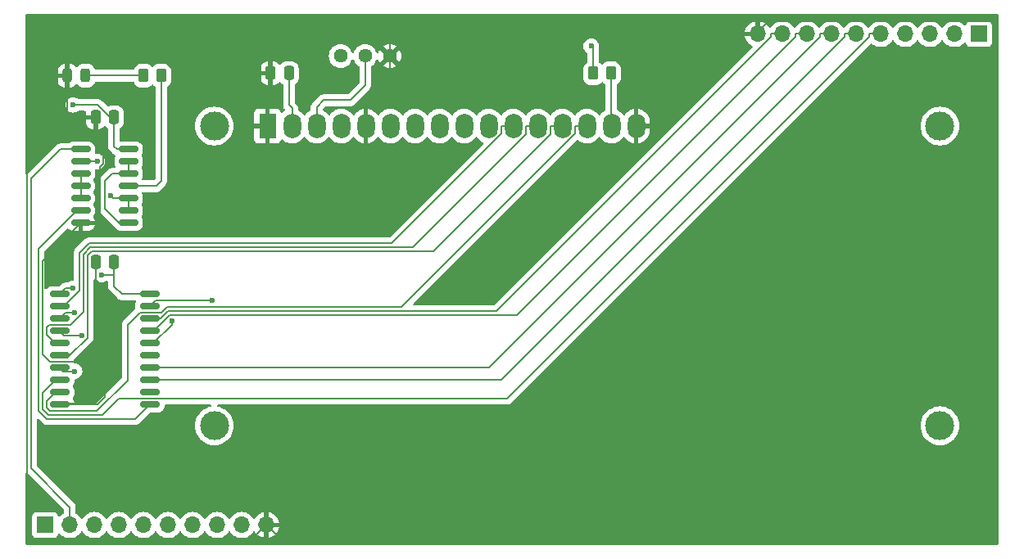
<source format=gbr>
%TF.GenerationSoftware,KiCad,Pcbnew,8.0.2*%
%TF.CreationDate,2025-01-05T21:37:03+01:00*%
%TF.ProjectId,lcd_display,6c63645f-6469-4737-906c-61792e6b6963,rev?*%
%TF.SameCoordinates,Original*%
%TF.FileFunction,Copper,L1,Top*%
%TF.FilePolarity,Positive*%
%FSLAX46Y46*%
G04 Gerber Fmt 4.6, Leading zero omitted, Abs format (unit mm)*
G04 Created by KiCad (PCBNEW 8.0.2) date 2025-01-05 21:37:03*
%MOMM*%
%LPD*%
G01*
G04 APERTURE LIST*
G04 Aperture macros list*
%AMRoundRect*
0 Rectangle with rounded corners*
0 $1 Rounding radius*
0 $2 $3 $4 $5 $6 $7 $8 $9 X,Y pos of 4 corners*
0 Add a 4 corners polygon primitive as box body*
4,1,4,$2,$3,$4,$5,$6,$7,$8,$9,$2,$3,0*
0 Add four circle primitives for the rounded corners*
1,1,$1+$1,$2,$3*
1,1,$1+$1,$4,$5*
1,1,$1+$1,$6,$7*
1,1,$1+$1,$8,$9*
0 Add four rect primitives between the rounded corners*
20,1,$1+$1,$2,$3,$4,$5,0*
20,1,$1+$1,$4,$5,$6,$7,0*
20,1,$1+$1,$6,$7,$8,$9,0*
20,1,$1+$1,$8,$9,$2,$3,0*%
G04 Aperture macros list end*
%TA.AperFunction,ComponentPad*%
%ADD10R,1.700000X1.700000*%
%TD*%
%TA.AperFunction,ComponentPad*%
%ADD11O,1.700000X1.700000*%
%TD*%
%TA.AperFunction,SMDPad,CuDef*%
%ADD12RoundRect,0.250000X0.262500X0.450000X-0.262500X0.450000X-0.262500X-0.450000X0.262500X-0.450000X0*%
%TD*%
%TA.AperFunction,ComponentPad*%
%ADD13C,1.440000*%
%TD*%
%TA.AperFunction,SMDPad,CuDef*%
%ADD14RoundRect,0.150000X-0.825000X-0.150000X0.825000X-0.150000X0.825000X0.150000X-0.825000X0.150000X0*%
%TD*%
%TA.AperFunction,SMDPad,CuDef*%
%ADD15RoundRect,0.150000X-0.875000X-0.150000X0.875000X-0.150000X0.875000X0.150000X-0.875000X0.150000X0*%
%TD*%
%TA.AperFunction,ComponentPad*%
%ADD16C,3.000000*%
%TD*%
%TA.AperFunction,ComponentPad*%
%ADD17R,1.800000X2.600000*%
%TD*%
%TA.AperFunction,ComponentPad*%
%ADD18O,1.800000X2.600000*%
%TD*%
%TA.AperFunction,SMDPad,CuDef*%
%ADD19RoundRect,0.250000X0.250000X0.475000X-0.250000X0.475000X-0.250000X-0.475000X0.250000X-0.475000X0*%
%TD*%
%TA.AperFunction,SMDPad,CuDef*%
%ADD20RoundRect,0.243750X-0.243750X-0.456250X0.243750X-0.456250X0.243750X0.456250X-0.243750X0.456250X0*%
%TD*%
%TA.AperFunction,ViaPad*%
%ADD21C,0.600000*%
%TD*%
%TA.AperFunction,Conductor*%
%ADD22C,0.200000*%
%TD*%
G04 APERTURE END LIST*
D10*
%TO.P,J1,1,Pin_1*%
%TO.N,VCC*%
X25338000Y-73660000D03*
D11*
%TO.P,J1,2,Pin_2*%
%TO.N,CLK*%
X27878000Y-73660000D03*
%TO.P,J1,3,Pin_3*%
%TO.N,IN*%
X30418000Y-73660000D03*
%TO.P,J1,4,Pin_4*%
%TO.N,~{CLR}*%
X32958000Y-73660000D03*
%TO.P,J1,5,Pin_5*%
%TO.N,unconnected-(J1-Pin_5-Pad5)*%
X35498000Y-73660000D03*
%TO.P,J1,6,Pin_6*%
%TO.N,unconnected-(J1-Pin_6-Pad6)*%
X38038000Y-73660000D03*
%TO.P,J1,7,Pin_7*%
%TO.N,unconnected-(J1-Pin_7-Pad7)*%
X40578000Y-73660000D03*
%TO.P,J1,8,Pin_8*%
%TO.N,unconnected-(J1-Pin_8-Pad8)*%
X43118000Y-73660000D03*
%TO.P,J1,9,Pin_9*%
%TO.N,unconnected-(J1-Pin_9-Pad9)*%
X45658000Y-73660000D03*
%TO.P,J1,10,Pin_10*%
%TO.N,GND*%
X48198000Y-73660000D03*
%TD*%
D12*
%TO.P,R1,1*%
%TO.N,Net-(DS1-LED(+))*%
X83820000Y-26924000D03*
%TO.P,R1,2*%
%TO.N,VCC*%
X81995000Y-26924000D03*
%TD*%
D13*
%TO.P,RV1,1,1*%
%TO.N,GND*%
X60960000Y-25146000D03*
%TO.P,RV1,2,2*%
%TO.N,Net-(DS1-VO)*%
X58420000Y-25146000D03*
%TO.P,RV1,3,3*%
%TO.N,VCC*%
X55880000Y-25146000D03*
%TD*%
D14*
%TO.P,U2,1*%
%TO.N,CLK*%
X29021000Y-34798000D03*
%TO.P,U2,2*%
%TO.N,IN*%
X29021000Y-36068000D03*
%TO.P,U2,3*%
%TO.N,Net-(U2-Pad3)*%
X29021000Y-37338000D03*
%TO.P,U2,4*%
X29021000Y-38608000D03*
%TO.P,U2,5*%
X29021000Y-39878000D03*
%TO.P,U2,6*%
%TO.N,Net-(U1-Cp)*%
X29021000Y-41148000D03*
%TO.P,U2,7,GND*%
%TO.N,GND*%
X29021000Y-42418000D03*
%TO.P,U2,8*%
%TO.N,Net-(U2-Pad12)*%
X33971000Y-42418000D03*
%TO.P,U2,9*%
%TO.N,IN*%
X33971000Y-41148000D03*
%TO.P,U2,10*%
X33971000Y-39878000D03*
%TO.P,U2,11*%
%TO.N,Net-(R2-Pad1)*%
X33971000Y-38608000D03*
%TO.P,U2,12*%
%TO.N,Net-(U2-Pad12)*%
X33971000Y-37338000D03*
%TO.P,U2,13*%
X33971000Y-36068000D03*
%TO.P,U2,14,VCC*%
%TO.N,VCC*%
X33971000Y-34798000D03*
%TD*%
D15*
%TO.P,U1,1,~{Mr}*%
%TO.N,~{CLR}*%
X26846000Y-49784000D03*
%TO.P,U1,2,Q0*%
%TO.N,D0*%
X26846000Y-51054000D03*
%TO.P,U1,3,D0*%
%TO.N,BUS0*%
X26846000Y-52324000D03*
%TO.P,U1,4,D1*%
%TO.N,BUS1*%
X26846000Y-53594000D03*
%TO.P,U1,5,Q1*%
%TO.N,D1*%
X26846000Y-54864000D03*
%TO.P,U1,6,Q2*%
%TO.N,D2*%
X26846000Y-56134000D03*
%TO.P,U1,7,D2*%
%TO.N,BUS2*%
X26846000Y-57404000D03*
%TO.P,U1,8,D3*%
%TO.N,BUS3*%
X26846000Y-58674000D03*
%TO.P,U1,9,Q3*%
%TO.N,D3*%
X26846000Y-59944000D03*
%TO.P,U1,10,GND*%
%TO.N,GND*%
X26846000Y-61214000D03*
%TO.P,U1,11,Cp*%
%TO.N,Net-(U1-Cp)*%
X36146000Y-61214000D03*
%TO.P,U1,12,Q4*%
%TO.N,unconnected-(U1-Q4-Pad12)*%
X36146000Y-59944000D03*
%TO.P,U1,13,D4*%
%TO.N,BUS4*%
X36146000Y-58674000D03*
%TO.P,U1,14,D5*%
%TO.N,BUS5*%
X36146000Y-57404000D03*
%TO.P,U1,15,Q5*%
%TO.N,unconnected-(U1-Q5-Pad15)*%
X36146000Y-56134000D03*
%TO.P,U1,16,Q6*%
%TO.N,D6*%
X36146000Y-54864000D03*
%TO.P,U1,17,D6*%
%TO.N,BUS6*%
X36146000Y-53594000D03*
%TO.P,U1,18,D7*%
%TO.N,BUS7*%
X36146000Y-52324000D03*
%TO.P,U1,19,Q7*%
%TO.N,D7*%
X36146000Y-51054000D03*
%TO.P,U1,20,VCC*%
%TO.N,VCC*%
X36146000Y-49784000D03*
%TD*%
D16*
%TO.P,DS1,*%
%TO.N,*%
X42825900Y-32385000D03*
X42825900Y-63385700D03*
X117824480Y-63385700D03*
X117825000Y-32385000D03*
D17*
%TO.P,DS1,1,VSS*%
%TO.N,GND*%
X48325000Y-32385000D03*
D18*
%TO.P,DS1,2,VDD*%
%TO.N,VCC*%
X50865000Y-32385000D03*
%TO.P,DS1,3,VO*%
%TO.N,Net-(DS1-VO)*%
X53405000Y-32385000D03*
%TO.P,DS1,4,RS*%
%TO.N,D6*%
X55945000Y-32385000D03*
%TO.P,DS1,5,R/W*%
%TO.N,GND*%
X58485000Y-32385000D03*
%TO.P,DS1,6,E*%
%TO.N,D7*%
X61025000Y-32385000D03*
%TO.P,DS1,7,D0*%
%TO.N,unconnected-(DS1-D0-Pad7)*%
X63565000Y-32385000D03*
%TO.P,DS1,8,D1*%
%TO.N,unconnected-(DS1-D1-Pad8)*%
X66105000Y-32385000D03*
%TO.P,DS1,9,D2*%
%TO.N,unconnected-(DS1-D2-Pad9)*%
X68645000Y-32385000D03*
%TO.P,DS1,10,D3*%
%TO.N,unconnected-(DS1-D3-Pad10)*%
X71185000Y-32385000D03*
%TO.P,DS1,11,D4*%
%TO.N,D0*%
X73725000Y-32385000D03*
%TO.P,DS1,12,D5*%
%TO.N,D1*%
X76265000Y-32385000D03*
%TO.P,DS1,13,D6*%
%TO.N,D2*%
X78805000Y-32385000D03*
%TO.P,DS1,14,D7*%
%TO.N,D3*%
X81345000Y-32385000D03*
%TO.P,DS1,15,LED(+)*%
%TO.N,Net-(DS1-LED(+))*%
X83885000Y-32385000D03*
%TO.P,DS1,16,LED(-)*%
%TO.N,GND*%
X86425000Y-32385000D03*
%TD*%
D19*
%TO.P,C2,1*%
%TO.N,VCC*%
X32446000Y-46482000D03*
%TO.P,C2,2*%
%TO.N,GND*%
X30546000Y-46482000D03*
%TD*%
D10*
%TO.P,J2,1,Pin_1*%
%TO.N,VCC*%
X121858000Y-22860000D03*
D11*
%TO.P,J2,2,Pin_2*%
%TO.N,BUS0*%
X119318000Y-22860000D03*
%TO.P,J2,3,Pin_3*%
%TO.N,BUS1*%
X116778000Y-22860000D03*
%TO.P,J2,4,Pin_4*%
%TO.N,BUS2*%
X114238000Y-22860000D03*
%TO.P,J2,5,Pin_5*%
%TO.N,BUS3*%
X111698000Y-22860000D03*
%TO.P,J2,6,Pin_6*%
%TO.N,BUS4*%
X109158000Y-22860000D03*
%TO.P,J2,7,Pin_7*%
%TO.N,BUS5*%
X106618000Y-22860000D03*
%TO.P,J2,8,Pin_8*%
%TO.N,BUS6*%
X104078000Y-22860000D03*
%TO.P,J2,9,Pin_9*%
%TO.N,BUS7*%
X101538000Y-22860000D03*
%TO.P,J2,10,Pin_10*%
%TO.N,GND*%
X98998000Y-22860000D03*
%TD*%
D19*
%TO.P,C3,1*%
%TO.N,VCC*%
X50546000Y-26924000D03*
%TO.P,C3,2*%
%TO.N,GND*%
X48646000Y-26924000D03*
%TD*%
%TO.P,C1,1*%
%TO.N,VCC*%
X32446000Y-31496000D03*
%TO.P,C1,2*%
%TO.N,GND*%
X30546000Y-31496000D03*
%TD*%
D20*
%TO.P,D1,1,K*%
%TO.N,GND*%
X27636000Y-27178000D03*
%TO.P,D1,2,A*%
%TO.N,Net-(D1-A)*%
X29511000Y-27178000D03*
%TD*%
D12*
%TO.P,R2,1*%
%TO.N,Net-(R2-Pad1)*%
X37338000Y-27178000D03*
%TO.P,R2,2*%
%TO.N,Net-(D1-A)*%
X35513000Y-27178000D03*
%TD*%
D21*
%TO.N,BUS0*%
X28348400Y-51689000D03*
%TO.N,BUS2*%
X28385000Y-57746800D03*
%TO.N,BUS1*%
X29137600Y-54034400D03*
%TO.N,~{CLR}*%
X28231700Y-49191500D03*
%TO.N,IN*%
X30734000Y-36068000D03*
X32096000Y-39624000D03*
%TO.N,D6*%
X38465100Y-52550300D03*
%TO.N,D7*%
X42602100Y-50406800D03*
%TO.N,VCC*%
X81788000Y-24130000D03*
X28241900Y-30204500D03*
X31173700Y-47777300D03*
%TD*%
D22*
%TO.N,Net-(U2-Pad12)*%
X32258000Y-37338000D02*
X33971000Y-37338000D01*
X31496000Y-38100000D02*
X32258000Y-37338000D01*
X31496000Y-40918000D02*
X31496000Y-38100000D01*
X32996000Y-42418000D02*
X31496000Y-40918000D01*
X33971000Y-42418000D02*
X32996000Y-42418000D01*
X33971000Y-36068000D02*
X33971000Y-37338000D01*
%TO.N,Net-(U2-Pad3)*%
X29021000Y-37338000D02*
X29021000Y-38608000D01*
X29021000Y-38608000D02*
X29021000Y-39878000D01*
%TO.N,Net-(U1-Cp)*%
X28604700Y-41148000D02*
X29021000Y-41148000D01*
X24659900Y-45092800D02*
X28604700Y-41148000D01*
X24659900Y-61835300D02*
X24659900Y-45092800D01*
X25528600Y-62704000D02*
X24659900Y-61835300D01*
X34656000Y-62704000D02*
X25528600Y-62704000D01*
X36146000Y-61214000D02*
X34656000Y-62704000D01*
%TO.N,Net-(R2-Pad1)*%
X36830000Y-38608000D02*
X33971000Y-38608000D01*
X37338000Y-38100000D02*
X36830000Y-38608000D01*
X37338000Y-27178000D02*
X37338000Y-38100000D01*
%TO.N,BUS5*%
X71211400Y-57404000D02*
X36146000Y-57404000D01*
X105467900Y-23147500D02*
X71211400Y-57404000D01*
X105467900Y-22860000D02*
X105467900Y-23147500D01*
X106618000Y-22860000D02*
X105467900Y-22860000D01*
%TO.N,BUS4*%
X72481400Y-58674000D02*
X36146000Y-58674000D01*
X108007900Y-23147500D02*
X72481400Y-58674000D01*
X108007900Y-22860000D02*
X108007900Y-23147500D01*
X109158000Y-22860000D02*
X108007900Y-22860000D01*
%TO.N,BUS7*%
X37277000Y-52324000D02*
X36146000Y-52324000D01*
X38052600Y-51548400D02*
X37277000Y-52324000D01*
X71987000Y-51548400D02*
X38052600Y-51548400D01*
X100387900Y-23147500D02*
X71987000Y-51548400D01*
X100387900Y-22860000D02*
X100387900Y-23147500D01*
X101538000Y-22860000D02*
X100387900Y-22860000D01*
%TO.N,BUS6*%
X104078000Y-22860000D02*
X102927900Y-22860000D01*
X36572900Y-53594000D02*
X36146000Y-53594000D01*
X38216700Y-51950200D02*
X36572900Y-53594000D01*
X74125200Y-51950200D02*
X38216700Y-51950200D01*
X102927900Y-23147500D02*
X74125200Y-51950200D01*
X102927900Y-22860000D02*
X102927900Y-23147500D01*
%TO.N,BUS0*%
X27481000Y-51689000D02*
X28348400Y-51689000D01*
X26846000Y-52324000D02*
X27481000Y-51689000D01*
%TO.N,BUS3*%
X26405800Y-58674000D02*
X26846000Y-58674000D01*
X25074600Y-60005200D02*
X26405800Y-58674000D01*
X25074600Y-61683500D02*
X25074600Y-60005200D01*
X25667300Y-62276200D02*
X25074600Y-61683500D01*
X31263200Y-62276200D02*
X25667300Y-62276200D01*
X32960400Y-60579000D02*
X31263200Y-62276200D01*
X73116400Y-60579000D02*
X32960400Y-60579000D01*
X110547900Y-23147500D02*
X73116400Y-60579000D01*
X110547900Y-22860000D02*
X110547900Y-23147500D01*
X111698000Y-22860000D02*
X110547900Y-22860000D01*
%TO.N,BUS2*%
X27188800Y-57746800D02*
X28385000Y-57746800D01*
X26846000Y-57404000D02*
X27188800Y-57746800D01*
%TO.N,BUS1*%
X27286400Y-54034400D02*
X26846000Y-53594000D01*
X29137600Y-54034400D02*
X27286400Y-54034400D01*
%TO.N,CLK*%
X27878000Y-71820000D02*
X27878000Y-73660000D01*
X23876000Y-67818000D02*
X27878000Y-71820000D01*
X23876000Y-37846000D02*
X23876000Y-67818000D01*
X26924000Y-34798000D02*
X23876000Y-37846000D01*
X29021000Y-34798000D02*
X26924000Y-34798000D01*
%TO.N,~{CLR}*%
X27438500Y-49191500D02*
X28231700Y-49191500D01*
X26846000Y-49784000D02*
X27438500Y-49191500D01*
%TO.N,IN*%
X32350000Y-39878000D02*
X32096000Y-39624000D01*
X33971000Y-39878000D02*
X32350000Y-39878000D01*
X30734000Y-36068000D02*
X29021000Y-36068000D01*
X33971000Y-39878000D02*
X33971000Y-41148000D01*
%TO.N,Net-(DS1-LED(+))*%
X83820000Y-32320000D02*
X83885000Y-32385000D01*
X83820000Y-26924000D02*
X83820000Y-32320000D01*
%TO.N,D6*%
X38465100Y-52943100D02*
X38465100Y-52550300D01*
X36544200Y-54864000D02*
X38465100Y-52943100D01*
X36146000Y-54864000D02*
X36544200Y-54864000D01*
%TO.N,D7*%
X36793200Y-50406800D02*
X42602100Y-50406800D01*
X36146000Y-51054000D02*
X36793200Y-50406800D01*
%TO.N,D3*%
X81345000Y-32385000D02*
X80144900Y-32385000D01*
X26413800Y-59944000D02*
X26846000Y-59944000D01*
X25485400Y-60872400D02*
X26413800Y-59944000D01*
X25485400Y-61522300D02*
X25485400Y-60872400D01*
X25808500Y-61845400D02*
X25485400Y-61522300D01*
X30710500Y-61845400D02*
X25808500Y-61845400D01*
X33862100Y-58693800D02*
X30710500Y-61845400D01*
X33862100Y-52945600D02*
X33862100Y-58693800D01*
X35118700Y-51689000D02*
X33862100Y-52945600D01*
X37346300Y-51689000D02*
X35118700Y-51689000D01*
X37911200Y-51124100D02*
X37346300Y-51689000D01*
X62164500Y-51124100D02*
X37911200Y-51124100D01*
X80144900Y-33143700D02*
X62164500Y-51124100D01*
X80144900Y-32385000D02*
X80144900Y-33143700D01*
%TO.N,Net-(DS1-VO)*%
X53405000Y-30415000D02*
X53405000Y-32385000D01*
X54102000Y-29718000D02*
X53405000Y-30415000D01*
X56896000Y-29718000D02*
X54102000Y-29718000D01*
X58420000Y-28194000D02*
X56896000Y-29718000D01*
X58420000Y-25146000D02*
X58420000Y-28194000D01*
%TO.N,D1*%
X76265000Y-32385000D02*
X75064900Y-32385000D01*
X75064900Y-33210100D02*
X75064900Y-32385000D01*
X63334500Y-44940500D02*
X75064900Y-33210100D01*
X30007300Y-44940500D02*
X63334500Y-44940500D01*
X29301000Y-45646800D02*
X30007300Y-44940500D01*
X29301000Y-51595400D02*
X29301000Y-45646800D01*
X27937400Y-52959000D02*
X29301000Y-51595400D01*
X25774400Y-52959000D02*
X27937400Y-52959000D01*
X25509600Y-53223800D02*
X25774400Y-52959000D01*
X25509600Y-54008600D02*
X25509600Y-53223800D01*
X26365000Y-54864000D02*
X25509600Y-54008600D01*
X26846000Y-54864000D02*
X26365000Y-54864000D01*
%TO.N,D0*%
X73725000Y-32385000D02*
X72524900Y-32385000D01*
X72524900Y-33170100D02*
X72524900Y-32385000D01*
X61181200Y-44513800D02*
X72524900Y-33170100D01*
X29868200Y-44513800D02*
X61181200Y-44513800D01*
X28900800Y-45481200D02*
X29868200Y-44513800D01*
X28900800Y-49447100D02*
X28900800Y-45481200D01*
X27293900Y-51054000D02*
X28900800Y-49447100D01*
X26846000Y-51054000D02*
X27293900Y-51054000D01*
%TO.N,D2*%
X78805000Y-32385000D02*
X77604900Y-32385000D01*
X77604900Y-33210100D02*
X77604900Y-32385000D01*
X65474300Y-45340700D02*
X77604900Y-33210100D01*
X30173000Y-45340700D02*
X65474300Y-45340700D01*
X29737700Y-45776000D02*
X30173000Y-45340700D01*
X29737700Y-54283000D02*
X29737700Y-45776000D01*
X27886700Y-56134000D02*
X29737700Y-54283000D01*
X26846000Y-56134000D02*
X27886700Y-56134000D01*
%TO.N,Net-(D1-A)*%
X29511000Y-27178000D02*
X35513000Y-27178000D01*
%TO.N,GND*%
X30826000Y-20920000D02*
X31242000Y-21336000D01*
X25146000Y-20920000D02*
X30826000Y-20920000D01*
X25146000Y-21174000D02*
X25146000Y-20920000D01*
X23476000Y-22844000D02*
X25146000Y-21174000D01*
X23476000Y-74784000D02*
X23476000Y-22844000D01*
X24130000Y-75438000D02*
X23476000Y-74784000D01*
X46420000Y-75438000D02*
X24130000Y-75438000D01*
X48198000Y-73660000D02*
X46420000Y-75438000D01*
X27636000Y-24688000D02*
X27636000Y-27178000D01*
X30988000Y-21336000D02*
X27636000Y-24688000D01*
X31242000Y-21336000D02*
X30988000Y-21336000D01*
X51308000Y-21336000D02*
X31242000Y-21336000D01*
X51562000Y-21590000D02*
X51308000Y-21336000D01*
X48646000Y-24506000D02*
X48646000Y-26924000D01*
X51562000Y-21590000D02*
X48646000Y-24506000D01*
X62738000Y-21590000D02*
X51562000Y-21590000D01*
X60960000Y-23368000D02*
X60960000Y-25146000D01*
X62738000Y-21590000D02*
X60960000Y-23368000D01*
X88646000Y-21590000D02*
X62738000Y-21590000D01*
X86425000Y-23811000D02*
X86425000Y-32385000D01*
X88646000Y-21590000D02*
X86425000Y-23811000D01*
X100076000Y-21590000D02*
X88646000Y-21590000D01*
X58485000Y-29653000D02*
X58485000Y-32385000D01*
X60960000Y-27178000D02*
X58485000Y-29653000D01*
X60960000Y-25146000D02*
X60960000Y-27178000D01*
X27940000Y-31496000D02*
X30546000Y-31496000D01*
X27636000Y-31192000D02*
X27940000Y-31496000D01*
X27636000Y-27178000D02*
X27636000Y-31192000D01*
X48646000Y-30094000D02*
X48646000Y-26924000D01*
X48514000Y-30226000D02*
X48646000Y-30094000D01*
X48514000Y-30480000D02*
X48514000Y-30226000D01*
X48325000Y-30669000D02*
X48514000Y-30480000D01*
X48325000Y-32385000D02*
X48325000Y-30669000D01*
X123444000Y-21590000D02*
X100076000Y-21590000D01*
X123698000Y-21844000D02*
X123444000Y-21590000D01*
X123698000Y-72898000D02*
X123698000Y-21844000D01*
X122936000Y-73660000D02*
X123698000Y-72898000D01*
X122936000Y-74168000D02*
X122936000Y-73660000D01*
X121504000Y-75600000D02*
X122936000Y-74168000D01*
X50138000Y-75600000D02*
X121504000Y-75600000D01*
X48198000Y-73660000D02*
X50138000Y-75600000D01*
X98998000Y-22668000D02*
X98998000Y-22860000D01*
X100076000Y-21590000D02*
X98998000Y-22668000D01*
X30988000Y-42418000D02*
X29021000Y-42418000D01*
X30988000Y-36662500D02*
X30988000Y-42418000D01*
X31334000Y-36316500D02*
X30988000Y-36662500D01*
X31334000Y-33366000D02*
X31334000Y-36316500D01*
X30546000Y-32578000D02*
X31334000Y-33366000D01*
X30546000Y-31496000D02*
X30546000Y-32578000D01*
X31496000Y-49276000D02*
X31496000Y-56803200D01*
X30546000Y-48326000D02*
X31496000Y-49276000D01*
X30546000Y-46482000D02*
X30546000Y-48326000D01*
X30734000Y-61214000D02*
X26846000Y-61214000D01*
X31496000Y-60452000D02*
X30734000Y-61214000D01*
X31496000Y-56803200D02*
X31496000Y-60452000D01*
X25090900Y-46348100D02*
X29021000Y-42418000D01*
X25090900Y-56048700D02*
X25090900Y-46348100D01*
X25845400Y-56803200D02*
X25090900Y-56048700D01*
X31496000Y-56803200D02*
X25845400Y-56803200D01*
%TO.N,VCC*%
X81995000Y-24337000D02*
X81788000Y-24130000D01*
X81995000Y-26924000D02*
X81995000Y-24337000D01*
X50865000Y-30545000D02*
X50865000Y-32385000D01*
X50546000Y-30226000D02*
X50865000Y-30545000D01*
X50546000Y-26924000D02*
X50546000Y-30226000D01*
X32446000Y-31496000D02*
X32446000Y-32160100D01*
X32766000Y-34798000D02*
X33971000Y-34798000D01*
X32446000Y-34478000D02*
X32766000Y-34798000D01*
X32446000Y-32160100D02*
X32446000Y-34478000D01*
X30781600Y-30204500D02*
X28241900Y-30204500D01*
X32446000Y-31868900D02*
X30781600Y-30204500D01*
X32446000Y-32160100D02*
X32446000Y-31868900D01*
X31173700Y-47777300D02*
X32446000Y-47777300D01*
X32446000Y-46482000D02*
X32446000Y-47777300D01*
X33274000Y-49784000D02*
X36146000Y-49784000D01*
X32446000Y-48956000D02*
X33274000Y-49784000D01*
X32446000Y-47777300D02*
X32446000Y-48956000D01*
%TD*%
%TA.AperFunction,Conductor*%
%TO.N,GND*%
G36*
X123840539Y-20840185D02*
G01*
X123886294Y-20892989D01*
X123897500Y-20944500D01*
X123897500Y-75575500D01*
X123877815Y-75642539D01*
X123825011Y-75688294D01*
X123773500Y-75699500D01*
X23422500Y-75699500D01*
X23355461Y-75679815D01*
X23309706Y-75627011D01*
X23298500Y-75575500D01*
X23298500Y-68389098D01*
X23318185Y-68322059D01*
X23370989Y-68276304D01*
X23440147Y-68266360D01*
X23494675Y-68291262D01*
X23495454Y-68290095D01*
X23495457Y-68290097D01*
X23499648Y-68293533D01*
X23503703Y-68295385D01*
X23510181Y-68301417D01*
X23514349Y-68305585D01*
X23514355Y-68305590D01*
X27241181Y-72032416D01*
X27274666Y-72093739D01*
X27277500Y-72120097D01*
X27277500Y-72370908D01*
X27257815Y-72437947D01*
X27205914Y-72483286D01*
X27200173Y-72485963D01*
X27200169Y-72485965D01*
X27006600Y-72621503D01*
X26884673Y-72743430D01*
X26823350Y-72776914D01*
X26753658Y-72771930D01*
X26697725Y-72730058D01*
X26680810Y-72699081D01*
X26631797Y-72567671D01*
X26631793Y-72567664D01*
X26545547Y-72452455D01*
X26545544Y-72452452D01*
X26430335Y-72366206D01*
X26430328Y-72366202D01*
X26295482Y-72315908D01*
X26295483Y-72315908D01*
X26235883Y-72309501D01*
X26235881Y-72309500D01*
X26235873Y-72309500D01*
X26235864Y-72309500D01*
X24440129Y-72309500D01*
X24440123Y-72309501D01*
X24380516Y-72315908D01*
X24245671Y-72366202D01*
X24245664Y-72366206D01*
X24130455Y-72452452D01*
X24130452Y-72452455D01*
X24044206Y-72567664D01*
X24044202Y-72567671D01*
X23993908Y-72702517D01*
X23987501Y-72762116D01*
X23987500Y-72762135D01*
X23987500Y-74557870D01*
X23987501Y-74557876D01*
X23993908Y-74617483D01*
X24044202Y-74752328D01*
X24044206Y-74752335D01*
X24130452Y-74867544D01*
X24130455Y-74867547D01*
X24245664Y-74953793D01*
X24245671Y-74953797D01*
X24380517Y-75004091D01*
X24380516Y-75004091D01*
X24387444Y-75004835D01*
X24440127Y-75010500D01*
X26235872Y-75010499D01*
X26295483Y-75004091D01*
X26430331Y-74953796D01*
X26545546Y-74867546D01*
X26631796Y-74752331D01*
X26680810Y-74620916D01*
X26722681Y-74564984D01*
X26788145Y-74540566D01*
X26856418Y-74555417D01*
X26884673Y-74576569D01*
X27006599Y-74698495D01*
X27103384Y-74766265D01*
X27200165Y-74834032D01*
X27200167Y-74834033D01*
X27200170Y-74834035D01*
X27414337Y-74933903D01*
X27642592Y-74995063D01*
X27819034Y-75010500D01*
X27877999Y-75015659D01*
X27878000Y-75015659D01*
X27878001Y-75015659D01*
X27936966Y-75010500D01*
X28113408Y-74995063D01*
X28341663Y-74933903D01*
X28555830Y-74834035D01*
X28749401Y-74698495D01*
X28916495Y-74531401D01*
X29046425Y-74345842D01*
X29101002Y-74302217D01*
X29170500Y-74295023D01*
X29232855Y-74326546D01*
X29249575Y-74345842D01*
X29379281Y-74531082D01*
X29379505Y-74531401D01*
X29546599Y-74698495D01*
X29643384Y-74766265D01*
X29740165Y-74834032D01*
X29740167Y-74834033D01*
X29740170Y-74834035D01*
X29954337Y-74933903D01*
X30182592Y-74995063D01*
X30359034Y-75010500D01*
X30417999Y-75015659D01*
X30418000Y-75015659D01*
X30418001Y-75015659D01*
X30476966Y-75010500D01*
X30653408Y-74995063D01*
X30881663Y-74933903D01*
X31095830Y-74834035D01*
X31289401Y-74698495D01*
X31456495Y-74531401D01*
X31586425Y-74345842D01*
X31641002Y-74302217D01*
X31710500Y-74295023D01*
X31772855Y-74326546D01*
X31789575Y-74345842D01*
X31919281Y-74531082D01*
X31919505Y-74531401D01*
X32086599Y-74698495D01*
X32183384Y-74766265D01*
X32280165Y-74834032D01*
X32280167Y-74834033D01*
X32280170Y-74834035D01*
X32494337Y-74933903D01*
X32722592Y-74995063D01*
X32899034Y-75010500D01*
X32957999Y-75015659D01*
X32958000Y-75015659D01*
X32958001Y-75015659D01*
X33016966Y-75010500D01*
X33193408Y-74995063D01*
X33421663Y-74933903D01*
X33635830Y-74834035D01*
X33829401Y-74698495D01*
X33996495Y-74531401D01*
X34126425Y-74345842D01*
X34181002Y-74302217D01*
X34250500Y-74295023D01*
X34312855Y-74326546D01*
X34329575Y-74345842D01*
X34459281Y-74531082D01*
X34459505Y-74531401D01*
X34626599Y-74698495D01*
X34723384Y-74766265D01*
X34820165Y-74834032D01*
X34820167Y-74834033D01*
X34820170Y-74834035D01*
X35034337Y-74933903D01*
X35262592Y-74995063D01*
X35439034Y-75010500D01*
X35497999Y-75015659D01*
X35498000Y-75015659D01*
X35498001Y-75015659D01*
X35556966Y-75010500D01*
X35733408Y-74995063D01*
X35961663Y-74933903D01*
X36175830Y-74834035D01*
X36369401Y-74698495D01*
X36536495Y-74531401D01*
X36666425Y-74345842D01*
X36721002Y-74302217D01*
X36790500Y-74295023D01*
X36852855Y-74326546D01*
X36869575Y-74345842D01*
X36999281Y-74531082D01*
X36999505Y-74531401D01*
X37166599Y-74698495D01*
X37263384Y-74766265D01*
X37360165Y-74834032D01*
X37360167Y-74834033D01*
X37360170Y-74834035D01*
X37574337Y-74933903D01*
X37802592Y-74995063D01*
X37979034Y-75010500D01*
X38037999Y-75015659D01*
X38038000Y-75015659D01*
X38038001Y-75015659D01*
X38096966Y-75010500D01*
X38273408Y-74995063D01*
X38501663Y-74933903D01*
X38715830Y-74834035D01*
X38909401Y-74698495D01*
X39076495Y-74531401D01*
X39206425Y-74345842D01*
X39261002Y-74302217D01*
X39330500Y-74295023D01*
X39392855Y-74326546D01*
X39409575Y-74345842D01*
X39539281Y-74531082D01*
X39539505Y-74531401D01*
X39706599Y-74698495D01*
X39803384Y-74766265D01*
X39900165Y-74834032D01*
X39900167Y-74834033D01*
X39900170Y-74834035D01*
X40114337Y-74933903D01*
X40342592Y-74995063D01*
X40519034Y-75010500D01*
X40577999Y-75015659D01*
X40578000Y-75015659D01*
X40578001Y-75015659D01*
X40636966Y-75010500D01*
X40813408Y-74995063D01*
X41041663Y-74933903D01*
X41255830Y-74834035D01*
X41449401Y-74698495D01*
X41616495Y-74531401D01*
X41746425Y-74345842D01*
X41801002Y-74302217D01*
X41870500Y-74295023D01*
X41932855Y-74326546D01*
X41949575Y-74345842D01*
X42079281Y-74531082D01*
X42079505Y-74531401D01*
X42246599Y-74698495D01*
X42343384Y-74766265D01*
X42440165Y-74834032D01*
X42440167Y-74834033D01*
X42440170Y-74834035D01*
X42654337Y-74933903D01*
X42882592Y-74995063D01*
X43059034Y-75010500D01*
X43117999Y-75015659D01*
X43118000Y-75015659D01*
X43118001Y-75015659D01*
X43176966Y-75010500D01*
X43353408Y-74995063D01*
X43581663Y-74933903D01*
X43795830Y-74834035D01*
X43989401Y-74698495D01*
X44156495Y-74531401D01*
X44286425Y-74345842D01*
X44341002Y-74302217D01*
X44410500Y-74295023D01*
X44472855Y-74326546D01*
X44489575Y-74345842D01*
X44619281Y-74531082D01*
X44619505Y-74531401D01*
X44786599Y-74698495D01*
X44883384Y-74766265D01*
X44980165Y-74834032D01*
X44980167Y-74834033D01*
X44980170Y-74834035D01*
X45194337Y-74933903D01*
X45422592Y-74995063D01*
X45599034Y-75010500D01*
X45657999Y-75015659D01*
X45658000Y-75015659D01*
X45658001Y-75015659D01*
X45716966Y-75010500D01*
X45893408Y-74995063D01*
X46121663Y-74933903D01*
X46335830Y-74834035D01*
X46529401Y-74698495D01*
X46696495Y-74531401D01*
X46826730Y-74345405D01*
X46881307Y-74301781D01*
X46950805Y-74294587D01*
X47013160Y-74326110D01*
X47029879Y-74345405D01*
X47159890Y-74531078D01*
X47326917Y-74698105D01*
X47520421Y-74833600D01*
X47734507Y-74933429D01*
X47734516Y-74933433D01*
X47948000Y-74990634D01*
X47948000Y-74093012D01*
X48005007Y-74125925D01*
X48132174Y-74160000D01*
X48263826Y-74160000D01*
X48390993Y-74125925D01*
X48448000Y-74093012D01*
X48448000Y-74990633D01*
X48661483Y-74933433D01*
X48661492Y-74933429D01*
X48875578Y-74833600D01*
X49069082Y-74698105D01*
X49236105Y-74531082D01*
X49371600Y-74337578D01*
X49471429Y-74123492D01*
X49471432Y-74123486D01*
X49528636Y-73910000D01*
X48631012Y-73910000D01*
X48663925Y-73852993D01*
X48698000Y-73725826D01*
X48698000Y-73594174D01*
X48663925Y-73467007D01*
X48631012Y-73410000D01*
X49528636Y-73410000D01*
X49528635Y-73409999D01*
X49471432Y-73196513D01*
X49471429Y-73196507D01*
X49371600Y-72982422D01*
X49371599Y-72982420D01*
X49236113Y-72788926D01*
X49236108Y-72788920D01*
X49069082Y-72621894D01*
X48875578Y-72486399D01*
X48661492Y-72386570D01*
X48661486Y-72386567D01*
X48448000Y-72329364D01*
X48448000Y-73226988D01*
X48390993Y-73194075D01*
X48263826Y-73160000D01*
X48132174Y-73160000D01*
X48005007Y-73194075D01*
X47948000Y-73226988D01*
X47948000Y-72329364D01*
X47947999Y-72329364D01*
X47734513Y-72386567D01*
X47734507Y-72386570D01*
X47520422Y-72486399D01*
X47520420Y-72486400D01*
X47326926Y-72621886D01*
X47326920Y-72621891D01*
X47159891Y-72788920D01*
X47159890Y-72788922D01*
X47029880Y-72974595D01*
X46975303Y-73018219D01*
X46905804Y-73025412D01*
X46843450Y-72993890D01*
X46826730Y-72974594D01*
X46696494Y-72788597D01*
X46529402Y-72621506D01*
X46529395Y-72621501D01*
X46335834Y-72485967D01*
X46335830Y-72485965D01*
X46330085Y-72483286D01*
X46121663Y-72386097D01*
X46121659Y-72386096D01*
X46121655Y-72386094D01*
X45893413Y-72324938D01*
X45893403Y-72324936D01*
X45658001Y-72304341D01*
X45657999Y-72304341D01*
X45422596Y-72324936D01*
X45422586Y-72324938D01*
X45194344Y-72386094D01*
X45194335Y-72386098D01*
X44980171Y-72485964D01*
X44980169Y-72485965D01*
X44786597Y-72621505D01*
X44619505Y-72788597D01*
X44489575Y-72974158D01*
X44434998Y-73017783D01*
X44365500Y-73024977D01*
X44303145Y-72993454D01*
X44286425Y-72974158D01*
X44156494Y-72788597D01*
X43989402Y-72621506D01*
X43989395Y-72621501D01*
X43795834Y-72485967D01*
X43795830Y-72485965D01*
X43790085Y-72483286D01*
X43581663Y-72386097D01*
X43581659Y-72386096D01*
X43581655Y-72386094D01*
X43353413Y-72324938D01*
X43353403Y-72324936D01*
X43118001Y-72304341D01*
X43117999Y-72304341D01*
X42882596Y-72324936D01*
X42882586Y-72324938D01*
X42654344Y-72386094D01*
X42654335Y-72386098D01*
X42440171Y-72485964D01*
X42440169Y-72485965D01*
X42246597Y-72621505D01*
X42079505Y-72788597D01*
X41949575Y-72974158D01*
X41894998Y-73017783D01*
X41825500Y-73024977D01*
X41763145Y-72993454D01*
X41746425Y-72974158D01*
X41616494Y-72788597D01*
X41449402Y-72621506D01*
X41449395Y-72621501D01*
X41255834Y-72485967D01*
X41255830Y-72485965D01*
X41250085Y-72483286D01*
X41041663Y-72386097D01*
X41041659Y-72386096D01*
X41041655Y-72386094D01*
X40813413Y-72324938D01*
X40813403Y-72324936D01*
X40578001Y-72304341D01*
X40577999Y-72304341D01*
X40342596Y-72324936D01*
X40342586Y-72324938D01*
X40114344Y-72386094D01*
X40114335Y-72386098D01*
X39900171Y-72485964D01*
X39900169Y-72485965D01*
X39706597Y-72621505D01*
X39539505Y-72788597D01*
X39409575Y-72974158D01*
X39354998Y-73017783D01*
X39285500Y-73024977D01*
X39223145Y-72993454D01*
X39206425Y-72974158D01*
X39076494Y-72788597D01*
X38909402Y-72621506D01*
X38909395Y-72621501D01*
X38715834Y-72485967D01*
X38715830Y-72485965D01*
X38710085Y-72483286D01*
X38501663Y-72386097D01*
X38501659Y-72386096D01*
X38501655Y-72386094D01*
X38273413Y-72324938D01*
X38273403Y-72324936D01*
X38038001Y-72304341D01*
X38037999Y-72304341D01*
X37802596Y-72324936D01*
X37802586Y-72324938D01*
X37574344Y-72386094D01*
X37574335Y-72386098D01*
X37360171Y-72485964D01*
X37360169Y-72485965D01*
X37166597Y-72621505D01*
X36999505Y-72788597D01*
X36869575Y-72974158D01*
X36814998Y-73017783D01*
X36745500Y-73024977D01*
X36683145Y-72993454D01*
X36666425Y-72974158D01*
X36536494Y-72788597D01*
X36369402Y-72621506D01*
X36369395Y-72621501D01*
X36175834Y-72485967D01*
X36175830Y-72485965D01*
X36170085Y-72483286D01*
X35961663Y-72386097D01*
X35961659Y-72386096D01*
X35961655Y-72386094D01*
X35733413Y-72324938D01*
X35733403Y-72324936D01*
X35498001Y-72304341D01*
X35497999Y-72304341D01*
X35262596Y-72324936D01*
X35262586Y-72324938D01*
X35034344Y-72386094D01*
X35034335Y-72386098D01*
X34820171Y-72485964D01*
X34820169Y-72485965D01*
X34626597Y-72621505D01*
X34459505Y-72788597D01*
X34329575Y-72974158D01*
X34274998Y-73017783D01*
X34205500Y-73024977D01*
X34143145Y-72993454D01*
X34126425Y-72974158D01*
X33996494Y-72788597D01*
X33829402Y-72621506D01*
X33829395Y-72621501D01*
X33635834Y-72485967D01*
X33635830Y-72485965D01*
X33630085Y-72483286D01*
X33421663Y-72386097D01*
X33421659Y-72386096D01*
X33421655Y-72386094D01*
X33193413Y-72324938D01*
X33193403Y-72324936D01*
X32958001Y-72304341D01*
X32957999Y-72304341D01*
X32722596Y-72324936D01*
X32722586Y-72324938D01*
X32494344Y-72386094D01*
X32494335Y-72386098D01*
X32280171Y-72485964D01*
X32280169Y-72485965D01*
X32086597Y-72621505D01*
X31919505Y-72788597D01*
X31789575Y-72974158D01*
X31734998Y-73017783D01*
X31665500Y-73024977D01*
X31603145Y-72993454D01*
X31586425Y-72974158D01*
X31456494Y-72788597D01*
X31289402Y-72621506D01*
X31289395Y-72621501D01*
X31095834Y-72485967D01*
X31095830Y-72485965D01*
X31090085Y-72483286D01*
X30881663Y-72386097D01*
X30881659Y-72386096D01*
X30881655Y-72386094D01*
X30653413Y-72324938D01*
X30653403Y-72324936D01*
X30418001Y-72304341D01*
X30417999Y-72304341D01*
X30182596Y-72324936D01*
X30182586Y-72324938D01*
X29954344Y-72386094D01*
X29954335Y-72386098D01*
X29740171Y-72485964D01*
X29740169Y-72485965D01*
X29546597Y-72621505D01*
X29379505Y-72788597D01*
X29249575Y-72974158D01*
X29194998Y-73017783D01*
X29125500Y-73024977D01*
X29063145Y-72993454D01*
X29046425Y-72974158D01*
X28916494Y-72788597D01*
X28749402Y-72621506D01*
X28749395Y-72621501D01*
X28555831Y-72485965D01*
X28555826Y-72485962D01*
X28550091Y-72483288D01*
X28497653Y-72437113D01*
X28478500Y-72370908D01*
X28478500Y-71909060D01*
X28478501Y-71909047D01*
X28478501Y-71740944D01*
X28437576Y-71588214D01*
X28437573Y-71588209D01*
X28358524Y-71451290D01*
X28358518Y-71451282D01*
X24512819Y-67605583D01*
X24479334Y-67544260D01*
X24476500Y-67517902D01*
X24476500Y-62800497D01*
X24496185Y-62733458D01*
X24548989Y-62687703D01*
X24618147Y-62677759D01*
X24681703Y-62706784D01*
X24688181Y-62712816D01*
X25043739Y-63068374D01*
X25043749Y-63068385D01*
X25048079Y-63072715D01*
X25048080Y-63072716D01*
X25159884Y-63184520D01*
X25246695Y-63234639D01*
X25246697Y-63234641D01*
X25296813Y-63263576D01*
X25296815Y-63263577D01*
X25449542Y-63304500D01*
X25449543Y-63304500D01*
X34569331Y-63304500D01*
X34569347Y-63304501D01*
X34576943Y-63304501D01*
X34735054Y-63304501D01*
X34735057Y-63304501D01*
X34887785Y-63263577D01*
X34937904Y-63234639D01*
X35024716Y-63184520D01*
X35136520Y-63072716D01*
X35136520Y-63072714D01*
X35146728Y-63062507D01*
X35146729Y-63062504D01*
X36158416Y-62050819D01*
X36219739Y-62017334D01*
X36246097Y-62014500D01*
X37086686Y-62014500D01*
X37086694Y-62014500D01*
X37123569Y-62011598D01*
X37123571Y-62011597D01*
X37123573Y-62011597D01*
X37165191Y-61999505D01*
X37281398Y-61965744D01*
X37422865Y-61882081D01*
X37539081Y-61765865D01*
X37622744Y-61624398D01*
X37668598Y-61466569D01*
X37671500Y-61429694D01*
X37671500Y-61303500D01*
X37691185Y-61236461D01*
X37743989Y-61190706D01*
X37795500Y-61179500D01*
X42403040Y-61179500D01*
X42470079Y-61199185D01*
X42515834Y-61251989D01*
X42525778Y-61321147D01*
X42496753Y-61384703D01*
X42437975Y-61422477D01*
X42429398Y-61424666D01*
X42260862Y-61461328D01*
X41992733Y-61561335D01*
X41741590Y-61698470D01*
X41741582Y-61698475D01*
X41512512Y-61869954D01*
X41512494Y-61869970D01*
X41310170Y-62072294D01*
X41310154Y-62072312D01*
X41138675Y-62301382D01*
X41138670Y-62301390D01*
X41001535Y-62552533D01*
X40901528Y-62820662D01*
X40840704Y-63100266D01*
X40820290Y-63385698D01*
X40820290Y-63385701D01*
X40840704Y-63671133D01*
X40901528Y-63950737D01*
X41001535Y-64218866D01*
X41138670Y-64470009D01*
X41138675Y-64470017D01*
X41310154Y-64699087D01*
X41310170Y-64699105D01*
X41512494Y-64901429D01*
X41512512Y-64901445D01*
X41741582Y-65072924D01*
X41741590Y-65072929D01*
X41992733Y-65210064D01*
X41992732Y-65210064D01*
X41992736Y-65210065D01*
X41992739Y-65210067D01*
X42260854Y-65310069D01*
X42260860Y-65310070D01*
X42260862Y-65310071D01*
X42540466Y-65370895D01*
X42540468Y-65370895D01*
X42540472Y-65370896D01*
X42794120Y-65389037D01*
X42825899Y-65391310D01*
X42825900Y-65391310D01*
X42825901Y-65391310D01*
X42854495Y-65389264D01*
X43111328Y-65370896D01*
X43390946Y-65310069D01*
X43659061Y-65210067D01*
X43910215Y-65072926D01*
X44139295Y-64901439D01*
X44341639Y-64699095D01*
X44513126Y-64470015D01*
X44650267Y-64218861D01*
X44750269Y-63950746D01*
X44811096Y-63671128D01*
X44831510Y-63385700D01*
X44831510Y-63385698D01*
X115818870Y-63385698D01*
X115818870Y-63385701D01*
X115839284Y-63671133D01*
X115900108Y-63950737D01*
X116000115Y-64218866D01*
X116137250Y-64470009D01*
X116137255Y-64470017D01*
X116308734Y-64699087D01*
X116308750Y-64699105D01*
X116511074Y-64901429D01*
X116511092Y-64901445D01*
X116740162Y-65072924D01*
X116740170Y-65072929D01*
X116991313Y-65210064D01*
X116991312Y-65210064D01*
X116991316Y-65210065D01*
X116991319Y-65210067D01*
X117259434Y-65310069D01*
X117259440Y-65310070D01*
X117259442Y-65310071D01*
X117539046Y-65370895D01*
X117539048Y-65370895D01*
X117539052Y-65370896D01*
X117792700Y-65389037D01*
X117824479Y-65391310D01*
X117824480Y-65391310D01*
X117824481Y-65391310D01*
X117853075Y-65389264D01*
X118109908Y-65370896D01*
X118389526Y-65310069D01*
X118657641Y-65210067D01*
X118908795Y-65072926D01*
X119137875Y-64901439D01*
X119340219Y-64699095D01*
X119511706Y-64470015D01*
X119648847Y-64218861D01*
X119748849Y-63950746D01*
X119809676Y-63671128D01*
X119830090Y-63385700D01*
X119809676Y-63100272D01*
X119802739Y-63068385D01*
X119748851Y-62820662D01*
X119748850Y-62820660D01*
X119748849Y-62820654D01*
X119648847Y-62552539D01*
X119511706Y-62301385D01*
X119511704Y-62301382D01*
X119340225Y-62072312D01*
X119340209Y-62072294D01*
X119137885Y-61869970D01*
X119137867Y-61869954D01*
X118908797Y-61698475D01*
X118908789Y-61698470D01*
X118657646Y-61561335D01*
X118657647Y-61561335D01*
X118550395Y-61521332D01*
X118389526Y-61461331D01*
X118389523Y-61461330D01*
X118389517Y-61461328D01*
X118109913Y-61400504D01*
X117824481Y-61380090D01*
X117824479Y-61380090D01*
X117539046Y-61400504D01*
X117259442Y-61461328D01*
X116991313Y-61561335D01*
X116740170Y-61698470D01*
X116740162Y-61698475D01*
X116511092Y-61869954D01*
X116511074Y-61869970D01*
X116308750Y-62072294D01*
X116308734Y-62072312D01*
X116137255Y-62301382D01*
X116137250Y-62301390D01*
X116000115Y-62552533D01*
X115900108Y-62820662D01*
X115839284Y-63100266D01*
X115818870Y-63385698D01*
X44831510Y-63385698D01*
X44811096Y-63100272D01*
X44804159Y-63068385D01*
X44750271Y-62820662D01*
X44750270Y-62820660D01*
X44750269Y-62820654D01*
X44650267Y-62552539D01*
X44513126Y-62301385D01*
X44513124Y-62301382D01*
X44341645Y-62072312D01*
X44341629Y-62072294D01*
X44139305Y-61869970D01*
X44139287Y-61869954D01*
X43910217Y-61698475D01*
X43910209Y-61698470D01*
X43659066Y-61561335D01*
X43659067Y-61561335D01*
X43551815Y-61521332D01*
X43390946Y-61461331D01*
X43390943Y-61461330D01*
X43390937Y-61461328D01*
X43222402Y-61424666D01*
X43161079Y-61391181D01*
X43127594Y-61329858D01*
X43132578Y-61260166D01*
X43174450Y-61204233D01*
X43239914Y-61179816D01*
X43248760Y-61179500D01*
X73029731Y-61179500D01*
X73029747Y-61179501D01*
X73037343Y-61179501D01*
X73195454Y-61179501D01*
X73195457Y-61179501D01*
X73348185Y-61138577D01*
X73407753Y-61104185D01*
X73485116Y-61059520D01*
X73596920Y-60947716D01*
X73596920Y-60947714D01*
X73607124Y-60937511D01*
X73607128Y-60937506D01*
X102159636Y-32384998D01*
X115819390Y-32384998D01*
X115819390Y-32385001D01*
X115839804Y-32670433D01*
X115900628Y-32950037D01*
X115900630Y-32950043D01*
X115900631Y-32950046D01*
X115961392Y-33112951D01*
X116000635Y-33218166D01*
X116137770Y-33469309D01*
X116137775Y-33469317D01*
X116309254Y-33698387D01*
X116309270Y-33698405D01*
X116511594Y-33900729D01*
X116511612Y-33900745D01*
X116740682Y-34072224D01*
X116740690Y-34072229D01*
X116991833Y-34209364D01*
X116991832Y-34209364D01*
X116991836Y-34209365D01*
X116991839Y-34209367D01*
X117259954Y-34309369D01*
X117259960Y-34309370D01*
X117259962Y-34309371D01*
X117539566Y-34370195D01*
X117539568Y-34370195D01*
X117539572Y-34370196D01*
X117782998Y-34387606D01*
X117824999Y-34390610D01*
X117825000Y-34390610D01*
X117825001Y-34390610D01*
X117853595Y-34388564D01*
X118110428Y-34370196D01*
X118390046Y-34309369D01*
X118658161Y-34209367D01*
X118909315Y-34072226D01*
X119138395Y-33900739D01*
X119340739Y-33698395D01*
X119512226Y-33469315D01*
X119649367Y-33218161D01*
X119749369Y-32950046D01*
X119810196Y-32670428D01*
X119830610Y-32385000D01*
X119810196Y-32099572D01*
X119793107Y-32021016D01*
X119749371Y-31819962D01*
X119749370Y-31819960D01*
X119749369Y-31819954D01*
X119649367Y-31551839D01*
X119592335Y-31447394D01*
X119512229Y-31300690D01*
X119512224Y-31300682D01*
X119340745Y-31071612D01*
X119340729Y-31071594D01*
X119138405Y-30869270D01*
X119138387Y-30869254D01*
X118909317Y-30697775D01*
X118909309Y-30697770D01*
X118658166Y-30560635D01*
X118658167Y-30560635D01*
X118550915Y-30520632D01*
X118390046Y-30460631D01*
X118390043Y-30460630D01*
X118390037Y-30460628D01*
X118110433Y-30399804D01*
X117825001Y-30379390D01*
X117824999Y-30379390D01*
X117539566Y-30399804D01*
X117259962Y-30460628D01*
X116991833Y-30560635D01*
X116740690Y-30697770D01*
X116740682Y-30697775D01*
X116511612Y-30869254D01*
X116511594Y-30869270D01*
X116309270Y-31071594D01*
X116309254Y-31071612D01*
X116137775Y-31300682D01*
X116137770Y-31300690D01*
X116000635Y-31551833D01*
X115900628Y-31819962D01*
X115839804Y-32099566D01*
X115819390Y-32384998D01*
X102159636Y-32384998D01*
X110648688Y-23895946D01*
X110710011Y-23862461D01*
X110779703Y-23867445D01*
X110824050Y-23895946D01*
X110826599Y-23898495D01*
X110923384Y-23966265D01*
X111020165Y-24034032D01*
X111020167Y-24034033D01*
X111020170Y-24034035D01*
X111234337Y-24133903D01*
X111462592Y-24195063D01*
X111639034Y-24210500D01*
X111697999Y-24215659D01*
X111698000Y-24215659D01*
X111698001Y-24215659D01*
X111756966Y-24210500D01*
X111933408Y-24195063D01*
X112161663Y-24133903D01*
X112375830Y-24034035D01*
X112569401Y-23898495D01*
X112736495Y-23731401D01*
X112866425Y-23545842D01*
X112921002Y-23502217D01*
X112990500Y-23495023D01*
X113052855Y-23526546D01*
X113069575Y-23545842D01*
X113199281Y-23731082D01*
X113199505Y-23731401D01*
X113366599Y-23898495D01*
X113463384Y-23966265D01*
X113560165Y-24034032D01*
X113560167Y-24034033D01*
X113560170Y-24034035D01*
X113774337Y-24133903D01*
X114002592Y-24195063D01*
X114179034Y-24210500D01*
X114237999Y-24215659D01*
X114238000Y-24215659D01*
X114238001Y-24215659D01*
X114296966Y-24210500D01*
X114473408Y-24195063D01*
X114701663Y-24133903D01*
X114915830Y-24034035D01*
X115109401Y-23898495D01*
X115276495Y-23731401D01*
X115406425Y-23545842D01*
X115461002Y-23502217D01*
X115530500Y-23495023D01*
X115592855Y-23526546D01*
X115609575Y-23545842D01*
X115739281Y-23731082D01*
X115739505Y-23731401D01*
X115906599Y-23898495D01*
X116003384Y-23966265D01*
X116100165Y-24034032D01*
X116100167Y-24034033D01*
X116100170Y-24034035D01*
X116314337Y-24133903D01*
X116542592Y-24195063D01*
X116719034Y-24210500D01*
X116777999Y-24215659D01*
X116778000Y-24215659D01*
X116778001Y-24215659D01*
X116836966Y-24210500D01*
X117013408Y-24195063D01*
X117241663Y-24133903D01*
X117455830Y-24034035D01*
X117649401Y-23898495D01*
X117816495Y-23731401D01*
X117946425Y-23545842D01*
X118001002Y-23502217D01*
X118070500Y-23495023D01*
X118132855Y-23526546D01*
X118149575Y-23545842D01*
X118279281Y-23731082D01*
X118279505Y-23731401D01*
X118446599Y-23898495D01*
X118543384Y-23966265D01*
X118640165Y-24034032D01*
X118640167Y-24034033D01*
X118640170Y-24034035D01*
X118854337Y-24133903D01*
X119082592Y-24195063D01*
X119259034Y-24210500D01*
X119317999Y-24215659D01*
X119318000Y-24215659D01*
X119318001Y-24215659D01*
X119376966Y-24210500D01*
X119553408Y-24195063D01*
X119781663Y-24133903D01*
X119995830Y-24034035D01*
X120189401Y-23898495D01*
X120311329Y-23776566D01*
X120372648Y-23743084D01*
X120442340Y-23748068D01*
X120498274Y-23789939D01*
X120515189Y-23820917D01*
X120564202Y-23952328D01*
X120564206Y-23952335D01*
X120650452Y-24067544D01*
X120650455Y-24067547D01*
X120765664Y-24153793D01*
X120765671Y-24153797D01*
X120900517Y-24204091D01*
X120900516Y-24204091D01*
X120907444Y-24204835D01*
X120960127Y-24210500D01*
X122755872Y-24210499D01*
X122815483Y-24204091D01*
X122950331Y-24153796D01*
X123065546Y-24067546D01*
X123151796Y-23952331D01*
X123202091Y-23817483D01*
X123208500Y-23757873D01*
X123208499Y-21962128D01*
X123202091Y-21902517D01*
X123200810Y-21899083D01*
X123151797Y-21767671D01*
X123151793Y-21767664D01*
X123065547Y-21652455D01*
X123065544Y-21652452D01*
X122950335Y-21566206D01*
X122950328Y-21566202D01*
X122815482Y-21515908D01*
X122815483Y-21515908D01*
X122755883Y-21509501D01*
X122755881Y-21509500D01*
X122755873Y-21509500D01*
X122755864Y-21509500D01*
X120960129Y-21509500D01*
X120960123Y-21509501D01*
X120900516Y-21515908D01*
X120765671Y-21566202D01*
X120765664Y-21566206D01*
X120650455Y-21652452D01*
X120650452Y-21652455D01*
X120564206Y-21767664D01*
X120564203Y-21767669D01*
X120515189Y-21899083D01*
X120473317Y-21955016D01*
X120407853Y-21979433D01*
X120339580Y-21964581D01*
X120311326Y-21943430D01*
X120189402Y-21821506D01*
X120189395Y-21821501D01*
X119995834Y-21685967D01*
X119995830Y-21685965D01*
X119995828Y-21685964D01*
X119781663Y-21586097D01*
X119781659Y-21586096D01*
X119781655Y-21586094D01*
X119553413Y-21524938D01*
X119553403Y-21524936D01*
X119318001Y-21504341D01*
X119317999Y-21504341D01*
X119082596Y-21524936D01*
X119082586Y-21524938D01*
X118854344Y-21586094D01*
X118854335Y-21586098D01*
X118640171Y-21685964D01*
X118640169Y-21685965D01*
X118446597Y-21821505D01*
X118279505Y-21988597D01*
X118149575Y-22174158D01*
X118094998Y-22217783D01*
X118025500Y-22224977D01*
X117963145Y-22193454D01*
X117946425Y-22174158D01*
X117816494Y-21988597D01*
X117649402Y-21821506D01*
X117649395Y-21821501D01*
X117455834Y-21685967D01*
X117455830Y-21685965D01*
X117455828Y-21685964D01*
X117241663Y-21586097D01*
X117241659Y-21586096D01*
X117241655Y-21586094D01*
X117013413Y-21524938D01*
X117013403Y-21524936D01*
X116778001Y-21504341D01*
X116777999Y-21504341D01*
X116542596Y-21524936D01*
X116542586Y-21524938D01*
X116314344Y-21586094D01*
X116314335Y-21586098D01*
X116100171Y-21685964D01*
X116100169Y-21685965D01*
X115906597Y-21821505D01*
X115739505Y-21988597D01*
X115609575Y-22174158D01*
X115554998Y-22217783D01*
X115485500Y-22224977D01*
X115423145Y-22193454D01*
X115406425Y-22174158D01*
X115276494Y-21988597D01*
X115109402Y-21821506D01*
X115109395Y-21821501D01*
X114915834Y-21685967D01*
X114915830Y-21685965D01*
X114915828Y-21685964D01*
X114701663Y-21586097D01*
X114701659Y-21586096D01*
X114701655Y-21586094D01*
X114473413Y-21524938D01*
X114473403Y-21524936D01*
X114238001Y-21504341D01*
X114237999Y-21504341D01*
X114002596Y-21524936D01*
X114002586Y-21524938D01*
X113774344Y-21586094D01*
X113774335Y-21586098D01*
X113560171Y-21685964D01*
X113560169Y-21685965D01*
X113366597Y-21821505D01*
X113199505Y-21988597D01*
X113069575Y-22174158D01*
X113014998Y-22217783D01*
X112945500Y-22224977D01*
X112883145Y-22193454D01*
X112866425Y-22174158D01*
X112736494Y-21988597D01*
X112569402Y-21821506D01*
X112569395Y-21821501D01*
X112375834Y-21685967D01*
X112375830Y-21685965D01*
X112375828Y-21685964D01*
X112161663Y-21586097D01*
X112161659Y-21586096D01*
X112161655Y-21586094D01*
X111933413Y-21524938D01*
X111933403Y-21524936D01*
X111698001Y-21504341D01*
X111697999Y-21504341D01*
X111462596Y-21524936D01*
X111462586Y-21524938D01*
X111234344Y-21586094D01*
X111234335Y-21586098D01*
X111020171Y-21685964D01*
X111020169Y-21685965D01*
X110826597Y-21821505D01*
X110659506Y-21988596D01*
X110529575Y-22174159D01*
X110474998Y-22217784D01*
X110405500Y-22224978D01*
X110343145Y-22193455D01*
X110326425Y-22174159D01*
X110196494Y-21988597D01*
X110029402Y-21821506D01*
X110029395Y-21821501D01*
X109835834Y-21685967D01*
X109835830Y-21685965D01*
X109835828Y-21685964D01*
X109621663Y-21586097D01*
X109621659Y-21586096D01*
X109621655Y-21586094D01*
X109393413Y-21524938D01*
X109393403Y-21524936D01*
X109158001Y-21504341D01*
X109157999Y-21504341D01*
X108922596Y-21524936D01*
X108922586Y-21524938D01*
X108694344Y-21586094D01*
X108694335Y-21586098D01*
X108480171Y-21685964D01*
X108480169Y-21685965D01*
X108286597Y-21821505D01*
X108119506Y-21988596D01*
X107989575Y-22174159D01*
X107934998Y-22217784D01*
X107865500Y-22224978D01*
X107803145Y-22193455D01*
X107786425Y-22174159D01*
X107656494Y-21988597D01*
X107489402Y-21821506D01*
X107489395Y-21821501D01*
X107295834Y-21685967D01*
X107295830Y-21685965D01*
X107295828Y-21685964D01*
X107081663Y-21586097D01*
X107081659Y-21586096D01*
X107081655Y-21586094D01*
X106853413Y-21524938D01*
X106853403Y-21524936D01*
X106618001Y-21504341D01*
X106617999Y-21504341D01*
X106382596Y-21524936D01*
X106382586Y-21524938D01*
X106154344Y-21586094D01*
X106154335Y-21586098D01*
X105940171Y-21685964D01*
X105940169Y-21685965D01*
X105746597Y-21821505D01*
X105579506Y-21988596D01*
X105449575Y-22174159D01*
X105394998Y-22217784D01*
X105325500Y-22224978D01*
X105263145Y-22193455D01*
X105246425Y-22174159D01*
X105116494Y-21988597D01*
X104949402Y-21821506D01*
X104949395Y-21821501D01*
X104755834Y-21685967D01*
X104755830Y-21685965D01*
X104755828Y-21685964D01*
X104541663Y-21586097D01*
X104541659Y-21586096D01*
X104541655Y-21586094D01*
X104313413Y-21524938D01*
X104313403Y-21524936D01*
X104078001Y-21504341D01*
X104077999Y-21504341D01*
X103842596Y-21524936D01*
X103842586Y-21524938D01*
X103614344Y-21586094D01*
X103614335Y-21586098D01*
X103400171Y-21685964D01*
X103400169Y-21685965D01*
X103206597Y-21821505D01*
X103039506Y-21988596D01*
X102909575Y-22174159D01*
X102854998Y-22217784D01*
X102785500Y-22224978D01*
X102723145Y-22193455D01*
X102706425Y-22174159D01*
X102576494Y-21988597D01*
X102409402Y-21821506D01*
X102409395Y-21821501D01*
X102215834Y-21685967D01*
X102215830Y-21685965D01*
X102215828Y-21685964D01*
X102001663Y-21586097D01*
X102001659Y-21586096D01*
X102001655Y-21586094D01*
X101773413Y-21524938D01*
X101773403Y-21524936D01*
X101538001Y-21504341D01*
X101537999Y-21504341D01*
X101302596Y-21524936D01*
X101302586Y-21524938D01*
X101074344Y-21586094D01*
X101074335Y-21586098D01*
X100860171Y-21685964D01*
X100860169Y-21685965D01*
X100666597Y-21821505D01*
X100499505Y-21988597D01*
X100369269Y-22174595D01*
X100314692Y-22218220D01*
X100245194Y-22225414D01*
X100182839Y-22193891D01*
X100166119Y-22174595D01*
X100036113Y-21988926D01*
X100036108Y-21988920D01*
X99869082Y-21821894D01*
X99675578Y-21686399D01*
X99461492Y-21586570D01*
X99461486Y-21586567D01*
X99248000Y-21529364D01*
X99248000Y-22426988D01*
X99190993Y-22394075D01*
X99063826Y-22360000D01*
X98932174Y-22360000D01*
X98805007Y-22394075D01*
X98748000Y-22426988D01*
X98748000Y-21529364D01*
X98747999Y-21529364D01*
X98534513Y-21586567D01*
X98534507Y-21586570D01*
X98320422Y-21686399D01*
X98320420Y-21686400D01*
X98126926Y-21821886D01*
X98126920Y-21821891D01*
X97959891Y-21988920D01*
X97959886Y-21988926D01*
X97824400Y-22182420D01*
X97824399Y-22182422D01*
X97724570Y-22396507D01*
X97724567Y-22396513D01*
X97667364Y-22609999D01*
X97667364Y-22610000D01*
X98564988Y-22610000D01*
X98532075Y-22667007D01*
X98498000Y-22794174D01*
X98498000Y-22925826D01*
X98532075Y-23052993D01*
X98564988Y-23110000D01*
X97667364Y-23110000D01*
X97724567Y-23323486D01*
X97724570Y-23323492D01*
X97824399Y-23537578D01*
X97959894Y-23731082D01*
X98126917Y-23898105D01*
X98320419Y-24033598D01*
X98386439Y-24064383D01*
X98438878Y-24110555D01*
X98458031Y-24177748D01*
X98437816Y-24244630D01*
X98421716Y-24264447D01*
X71774584Y-50911581D01*
X71713261Y-50945066D01*
X71686903Y-50947900D01*
X63489297Y-50947900D01*
X63422258Y-50928215D01*
X63376503Y-50875411D01*
X63366559Y-50806253D01*
X63395584Y-50742697D01*
X63401616Y-50736219D01*
X71504149Y-42633686D01*
X80272004Y-33865830D01*
X80333325Y-33832347D01*
X80403017Y-33837331D01*
X80432568Y-33853194D01*
X80610978Y-33982815D01*
X80807393Y-34082895D01*
X80807396Y-34082896D01*
X80874624Y-34104739D01*
X81017049Y-34151015D01*
X81234778Y-34185500D01*
X81234779Y-34185500D01*
X81455221Y-34185500D01*
X81455222Y-34185500D01*
X81672951Y-34151015D01*
X81882606Y-34082895D01*
X82079022Y-33982815D01*
X82257365Y-33853242D01*
X82413242Y-33697365D01*
X82423804Y-33682826D01*
X82514682Y-33557745D01*
X82570011Y-33515079D01*
X82639625Y-33509100D01*
X82701420Y-33541705D01*
X82715318Y-33557745D01*
X82816752Y-33697358D01*
X82816756Y-33697363D01*
X82972636Y-33853243D01*
X82972641Y-33853247D01*
X83128192Y-33966260D01*
X83150978Y-33982815D01*
X83275483Y-34046254D01*
X83347393Y-34082895D01*
X83347396Y-34082896D01*
X83414624Y-34104739D01*
X83557049Y-34151015D01*
X83774778Y-34185500D01*
X83774779Y-34185500D01*
X83995221Y-34185500D01*
X83995222Y-34185500D01*
X84212951Y-34151015D01*
X84422606Y-34082895D01*
X84619022Y-33982815D01*
X84797365Y-33853242D01*
X84953242Y-33697365D01*
X85054991Y-33557317D01*
X85110320Y-33514653D01*
X85179933Y-33508674D01*
X85241729Y-33541279D01*
X85255627Y-33557318D01*
X85357142Y-33697041D01*
X85512958Y-33852857D01*
X85691239Y-33982386D01*
X85887589Y-34082432D01*
X86097163Y-34150526D01*
X86174999Y-34162854D01*
X86175000Y-34162854D01*
X86175000Y-32933482D01*
X86193409Y-32944111D01*
X86346009Y-32985000D01*
X86503991Y-32985000D01*
X86656591Y-32944111D01*
X86675000Y-32933482D01*
X86675000Y-34162854D01*
X86752834Y-34150526D01*
X86752837Y-34150526D01*
X86962410Y-34082432D01*
X87158760Y-33982386D01*
X87337041Y-33852857D01*
X87492857Y-33697041D01*
X87622386Y-33518760D01*
X87722432Y-33322410D01*
X87790526Y-33112835D01*
X87825000Y-32895181D01*
X87825000Y-32635000D01*
X86973482Y-32635000D01*
X86984111Y-32616591D01*
X87025000Y-32463991D01*
X87025000Y-32306009D01*
X86984111Y-32153409D01*
X86973482Y-32135000D01*
X87825000Y-32135000D01*
X87825000Y-31874818D01*
X87790526Y-31657164D01*
X87722432Y-31447589D01*
X87622386Y-31251239D01*
X87492857Y-31072958D01*
X87337041Y-30917142D01*
X87158760Y-30787613D01*
X86962410Y-30687567D01*
X86752836Y-30619473D01*
X86675000Y-30607144D01*
X86675000Y-31836517D01*
X86656591Y-31825889D01*
X86503991Y-31785000D01*
X86346009Y-31785000D01*
X86193409Y-31825889D01*
X86175000Y-31836517D01*
X86175000Y-30607144D01*
X86097164Y-30619473D01*
X86097161Y-30619473D01*
X85887589Y-30687567D01*
X85691239Y-30787613D01*
X85512958Y-30917142D01*
X85357142Y-31072958D01*
X85357142Y-31072959D01*
X85255627Y-31212681D01*
X85200297Y-31255346D01*
X85130683Y-31261325D01*
X85068888Y-31228719D01*
X85054991Y-31212680D01*
X84953247Y-31072641D01*
X84953243Y-31072636D01*
X84797363Y-30916756D01*
X84797358Y-30916752D01*
X84619023Y-30787185D01*
X84488204Y-30720528D01*
X84437409Y-30672553D01*
X84420500Y-30610044D01*
X84420500Y-28116507D01*
X84440185Y-28049468D01*
X84479403Y-28010968D01*
X84551156Y-27966712D01*
X84675212Y-27842656D01*
X84767314Y-27693334D01*
X84822499Y-27526797D01*
X84833000Y-27424009D01*
X84832999Y-26423992D01*
X84831433Y-26408666D01*
X84822499Y-26321203D01*
X84822498Y-26321200D01*
X84803205Y-26262977D01*
X84767314Y-26154666D01*
X84675212Y-26005344D01*
X84551156Y-25881288D01*
X84401834Y-25789186D01*
X84235297Y-25734001D01*
X84235295Y-25734000D01*
X84132510Y-25723500D01*
X83507498Y-25723500D01*
X83507480Y-25723501D01*
X83404703Y-25734000D01*
X83404700Y-25734001D01*
X83238168Y-25789185D01*
X83238163Y-25789187D01*
X83088842Y-25881289D01*
X82995181Y-25974951D01*
X82933858Y-26008436D01*
X82864166Y-26003452D01*
X82819819Y-25974951D01*
X82726155Y-25881287D01*
X82654402Y-25837029D01*
X82607678Y-25785081D01*
X82595500Y-25731491D01*
X82595500Y-24257944D01*
X82595500Y-24257943D01*
X82590061Y-24237648D01*
X82586616Y-24191669D01*
X82593565Y-24130001D01*
X82593565Y-24129997D01*
X82573369Y-23950750D01*
X82573368Y-23950745D01*
X82527939Y-23820917D01*
X82513789Y-23780478D01*
X82493424Y-23748068D01*
X82417815Y-23627737D01*
X82290262Y-23500184D01*
X82137523Y-23404211D01*
X81967254Y-23344631D01*
X81967249Y-23344630D01*
X81788004Y-23324435D01*
X81787996Y-23324435D01*
X81608750Y-23344630D01*
X81608745Y-23344631D01*
X81438476Y-23404211D01*
X81285737Y-23500184D01*
X81158184Y-23627737D01*
X81062211Y-23780476D01*
X81002631Y-23950745D01*
X81002630Y-23950750D01*
X80982435Y-24129996D01*
X80982435Y-24130003D01*
X81002630Y-24309249D01*
X81002631Y-24309254D01*
X81062211Y-24479523D01*
X81096235Y-24533671D01*
X81158184Y-24632262D01*
X81285738Y-24759816D01*
X81336473Y-24791695D01*
X81382762Y-24844026D01*
X81394500Y-24896687D01*
X81394500Y-25731491D01*
X81374815Y-25798530D01*
X81335598Y-25837029D01*
X81263844Y-25881287D01*
X81139789Y-26005342D01*
X81047687Y-26154663D01*
X81047685Y-26154668D01*
X81043405Y-26167584D01*
X80992501Y-26321203D01*
X80992501Y-26321204D01*
X80992500Y-26321204D01*
X80982000Y-26423983D01*
X80982000Y-27424001D01*
X80982001Y-27424019D01*
X80992500Y-27526796D01*
X80992501Y-27526799D01*
X81047685Y-27693331D01*
X81047687Y-27693336D01*
X81063104Y-27718331D01*
X81139788Y-27842656D01*
X81263844Y-27966712D01*
X81413166Y-28058814D01*
X81579703Y-28113999D01*
X81682491Y-28124500D01*
X82307508Y-28124499D01*
X82307516Y-28124498D01*
X82307519Y-28124498D01*
X82385745Y-28116507D01*
X82410297Y-28113999D01*
X82576834Y-28058814D01*
X82726156Y-27966712D01*
X82819819Y-27873049D01*
X82881142Y-27839564D01*
X82950834Y-27844548D01*
X82995181Y-27873049D01*
X83088844Y-27966712D01*
X83160596Y-28010968D01*
X83207321Y-28062915D01*
X83219500Y-28116507D01*
X83219500Y-30676284D01*
X83199815Y-30743323D01*
X83154776Y-30784073D01*
X83155126Y-30784643D01*
X83152094Y-30786500D01*
X83151801Y-30786765D01*
X83151087Y-30787129D01*
X83150972Y-30787188D01*
X82972641Y-30916752D01*
X82972636Y-30916756D01*
X82816756Y-31072636D01*
X82816752Y-31072641D01*
X82715318Y-31212254D01*
X82659988Y-31254920D01*
X82590375Y-31260899D01*
X82528580Y-31228293D01*
X82514682Y-31212254D01*
X82413247Y-31072641D01*
X82413243Y-31072636D01*
X82257363Y-30916756D01*
X82257358Y-30916752D01*
X82079025Y-30787187D01*
X82079024Y-30787186D01*
X82079022Y-30787185D01*
X82010498Y-30752270D01*
X81882606Y-30687104D01*
X81882603Y-30687103D01*
X81672952Y-30618985D01*
X81564086Y-30601742D01*
X81455222Y-30584500D01*
X81234778Y-30584500D01*
X81170290Y-30594714D01*
X81017047Y-30618985D01*
X80807396Y-30687103D01*
X80807393Y-30687104D01*
X80610974Y-30787187D01*
X80432641Y-30916752D01*
X80432636Y-30916756D01*
X80276756Y-31072636D01*
X80276752Y-31072641D01*
X80175318Y-31212254D01*
X80119988Y-31254920D01*
X80050375Y-31260899D01*
X79988580Y-31228293D01*
X79974682Y-31212254D01*
X79873247Y-31072641D01*
X79873243Y-31072636D01*
X79717363Y-30916756D01*
X79717358Y-30916752D01*
X79539025Y-30787187D01*
X79539024Y-30787186D01*
X79539022Y-30787185D01*
X79470498Y-30752270D01*
X79342606Y-30687104D01*
X79342603Y-30687103D01*
X79132952Y-30618985D01*
X79024086Y-30601742D01*
X78915222Y-30584500D01*
X78694778Y-30584500D01*
X78630290Y-30594714D01*
X78477047Y-30618985D01*
X78267396Y-30687103D01*
X78267393Y-30687104D01*
X78070974Y-30787187D01*
X77892641Y-30916752D01*
X77892636Y-30916756D01*
X77736756Y-31072636D01*
X77736752Y-31072641D01*
X77635318Y-31212254D01*
X77579988Y-31254920D01*
X77510375Y-31260899D01*
X77448580Y-31228293D01*
X77434682Y-31212254D01*
X77333247Y-31072641D01*
X77333243Y-31072636D01*
X77177363Y-30916756D01*
X77177358Y-30916752D01*
X76999025Y-30787187D01*
X76999024Y-30787186D01*
X76999022Y-30787185D01*
X76930498Y-30752270D01*
X76802606Y-30687104D01*
X76802603Y-30687103D01*
X76592952Y-30618985D01*
X76484086Y-30601742D01*
X76375222Y-30584500D01*
X76154778Y-30584500D01*
X76090290Y-30594714D01*
X75937047Y-30618985D01*
X75727396Y-30687103D01*
X75727393Y-30687104D01*
X75530974Y-30787187D01*
X75352641Y-30916752D01*
X75352636Y-30916756D01*
X75196756Y-31072636D01*
X75196752Y-31072641D01*
X75095318Y-31212254D01*
X75039988Y-31254920D01*
X74970375Y-31260899D01*
X74908580Y-31228293D01*
X74894682Y-31212254D01*
X74793247Y-31072641D01*
X74793243Y-31072636D01*
X74637363Y-30916756D01*
X74637358Y-30916752D01*
X74459025Y-30787187D01*
X74459024Y-30787186D01*
X74459022Y-30787185D01*
X74390498Y-30752270D01*
X74262606Y-30687104D01*
X74262603Y-30687103D01*
X74052952Y-30618985D01*
X73944086Y-30601742D01*
X73835222Y-30584500D01*
X73614778Y-30584500D01*
X73550290Y-30594714D01*
X73397047Y-30618985D01*
X73187396Y-30687103D01*
X73187393Y-30687104D01*
X72990974Y-30787187D01*
X72812641Y-30916752D01*
X72812636Y-30916756D01*
X72656756Y-31072636D01*
X72656752Y-31072641D01*
X72555318Y-31212254D01*
X72499988Y-31254920D01*
X72430375Y-31260899D01*
X72368580Y-31228293D01*
X72354682Y-31212254D01*
X72253247Y-31072641D01*
X72253243Y-31072636D01*
X72097363Y-30916756D01*
X72097358Y-30916752D01*
X71919025Y-30787187D01*
X71919024Y-30787186D01*
X71919022Y-30787185D01*
X71850498Y-30752270D01*
X71722606Y-30687104D01*
X71722603Y-30687103D01*
X71512952Y-30618985D01*
X71404086Y-30601742D01*
X71295222Y-30584500D01*
X71074778Y-30584500D01*
X71010290Y-30594714D01*
X70857047Y-30618985D01*
X70647396Y-30687103D01*
X70647393Y-30687104D01*
X70450974Y-30787187D01*
X70272641Y-30916752D01*
X70272636Y-30916756D01*
X70116756Y-31072636D01*
X70116752Y-31072641D01*
X70015318Y-31212254D01*
X69959988Y-31254920D01*
X69890375Y-31260899D01*
X69828580Y-31228293D01*
X69814682Y-31212254D01*
X69713247Y-31072641D01*
X69713243Y-31072636D01*
X69557363Y-30916756D01*
X69557358Y-30916752D01*
X69379025Y-30787187D01*
X69379024Y-30787186D01*
X69379022Y-30787185D01*
X69310498Y-30752270D01*
X69182606Y-30687104D01*
X69182603Y-30687103D01*
X68972952Y-30618985D01*
X68864086Y-30601742D01*
X68755222Y-30584500D01*
X68534778Y-30584500D01*
X68470290Y-30594714D01*
X68317047Y-30618985D01*
X68107396Y-30687103D01*
X68107393Y-30687104D01*
X67910974Y-30787187D01*
X67732641Y-30916752D01*
X67732636Y-30916756D01*
X67576756Y-31072636D01*
X67576752Y-31072641D01*
X67475318Y-31212254D01*
X67419988Y-31254920D01*
X67350375Y-31260899D01*
X67288580Y-31228293D01*
X67274682Y-31212254D01*
X67173247Y-31072641D01*
X67173243Y-31072636D01*
X67017363Y-30916756D01*
X67017358Y-30916752D01*
X66839025Y-30787187D01*
X66839024Y-30787186D01*
X66839022Y-30787185D01*
X66770498Y-30752270D01*
X66642606Y-30687104D01*
X66642603Y-30687103D01*
X66432952Y-30618985D01*
X66324086Y-30601742D01*
X66215222Y-30584500D01*
X65994778Y-30584500D01*
X65930290Y-30594714D01*
X65777047Y-30618985D01*
X65567396Y-30687103D01*
X65567393Y-30687104D01*
X65370974Y-30787187D01*
X65192641Y-30916752D01*
X65192636Y-30916756D01*
X65036756Y-31072636D01*
X65036752Y-31072641D01*
X64935318Y-31212254D01*
X64879988Y-31254920D01*
X64810375Y-31260899D01*
X64748580Y-31228293D01*
X64734682Y-31212254D01*
X64633247Y-31072641D01*
X64633243Y-31072636D01*
X64477363Y-30916756D01*
X64477358Y-30916752D01*
X64299025Y-30787187D01*
X64299024Y-30787186D01*
X64299022Y-30787185D01*
X64230498Y-30752270D01*
X64102606Y-30687104D01*
X64102603Y-30687103D01*
X63892952Y-30618985D01*
X63784086Y-30601742D01*
X63675222Y-30584500D01*
X63454778Y-30584500D01*
X63390290Y-30594714D01*
X63237047Y-30618985D01*
X63027396Y-30687103D01*
X63027393Y-30687104D01*
X62830974Y-30787187D01*
X62652641Y-30916752D01*
X62652636Y-30916756D01*
X62496756Y-31072636D01*
X62496752Y-31072641D01*
X62395318Y-31212254D01*
X62339988Y-31254920D01*
X62270375Y-31260899D01*
X62208580Y-31228293D01*
X62194682Y-31212254D01*
X62093247Y-31072641D01*
X62093243Y-31072636D01*
X61937363Y-30916756D01*
X61937358Y-30916752D01*
X61759025Y-30787187D01*
X61759024Y-30787186D01*
X61759022Y-30787185D01*
X61690498Y-30752270D01*
X61562606Y-30687104D01*
X61562603Y-30687103D01*
X61352952Y-30618985D01*
X61244086Y-30601742D01*
X61135222Y-30584500D01*
X60914778Y-30584500D01*
X60850290Y-30594714D01*
X60697047Y-30618985D01*
X60487396Y-30687103D01*
X60487393Y-30687104D01*
X60290974Y-30787187D01*
X60112641Y-30916752D01*
X60112636Y-30916756D01*
X59956756Y-31072636D01*
X59855008Y-31212681D01*
X59799678Y-31255346D01*
X59730065Y-31261325D01*
X59668270Y-31228719D01*
X59654372Y-31212680D01*
X59552862Y-31072964D01*
X59552857Y-31072958D01*
X59397041Y-30917142D01*
X59218760Y-30787613D01*
X59022410Y-30687567D01*
X58812836Y-30619473D01*
X58735000Y-30607144D01*
X58735000Y-31836517D01*
X58716591Y-31825889D01*
X58563991Y-31785000D01*
X58406009Y-31785000D01*
X58253409Y-31825889D01*
X58235000Y-31836517D01*
X58235000Y-30607144D01*
X58157164Y-30619473D01*
X58157161Y-30619473D01*
X57947589Y-30687567D01*
X57751239Y-30787613D01*
X57572958Y-30917142D01*
X57417142Y-31072958D01*
X57417142Y-31072959D01*
X57315627Y-31212681D01*
X57260297Y-31255346D01*
X57190683Y-31261325D01*
X57128888Y-31228719D01*
X57114991Y-31212680D01*
X57013247Y-31072641D01*
X57013243Y-31072636D01*
X56857363Y-30916756D01*
X56857358Y-30916752D01*
X56679025Y-30787187D01*
X56679024Y-30787186D01*
X56679022Y-30787185D01*
X56610498Y-30752270D01*
X56482606Y-30687104D01*
X56482603Y-30687103D01*
X56272952Y-30618985D01*
X56164086Y-30601742D01*
X56055222Y-30584500D01*
X55834778Y-30584500D01*
X55770290Y-30594714D01*
X55617047Y-30618985D01*
X55407396Y-30687103D01*
X55407393Y-30687104D01*
X55210974Y-30787187D01*
X55032641Y-30916752D01*
X55032636Y-30916756D01*
X54876756Y-31072636D01*
X54876752Y-31072641D01*
X54775318Y-31212254D01*
X54719988Y-31254920D01*
X54650375Y-31260899D01*
X54588580Y-31228293D01*
X54574682Y-31212254D01*
X54473247Y-31072641D01*
X54473243Y-31072636D01*
X54317363Y-30916756D01*
X54317358Y-30916752D01*
X54139025Y-30787186D01*
X54120855Y-30777928D01*
X54070060Y-30729952D01*
X54053266Y-30662131D01*
X54075805Y-30595996D01*
X54089465Y-30579769D01*
X54314416Y-30354819D01*
X54375739Y-30321334D01*
X54402097Y-30318500D01*
X56809331Y-30318500D01*
X56809347Y-30318501D01*
X56816943Y-30318501D01*
X56975054Y-30318501D01*
X56975057Y-30318501D01*
X57127785Y-30277577D01*
X57177904Y-30248639D01*
X57264716Y-30198520D01*
X57376520Y-30086716D01*
X57376520Y-30086714D01*
X57386728Y-30076507D01*
X57386730Y-30076504D01*
X58778506Y-28684728D01*
X58778511Y-28684724D01*
X58788714Y-28674520D01*
X58788716Y-28674520D01*
X58900520Y-28562716D01*
X58979577Y-28425784D01*
X59020500Y-28273057D01*
X59020500Y-26280031D01*
X59040185Y-26212992D01*
X59073377Y-26178456D01*
X59136908Y-26133971D01*
X59207519Y-26084529D01*
X59358529Y-25933519D01*
X59481021Y-25758581D01*
X59571276Y-25565030D01*
X59571280Y-25565013D01*
X59573130Y-25559936D01*
X59574981Y-25560609D01*
X59606847Y-25508328D01*
X59669694Y-25477797D01*
X59739069Y-25486091D01*
X59792948Y-25530575D01*
X59806430Y-25560095D01*
X59807342Y-25559764D01*
X59809197Y-25564859D01*
X59899413Y-25758329D01*
X59938415Y-25814030D01*
X60560000Y-25192445D01*
X60560000Y-25198661D01*
X60587259Y-25300394D01*
X60639920Y-25391606D01*
X60714394Y-25466080D01*
X60805606Y-25518741D01*
X60907339Y-25546000D01*
X60913553Y-25546000D01*
X60291968Y-26167584D01*
X60347663Y-26206582D01*
X60347669Y-26206586D01*
X60541140Y-26296802D01*
X60541146Y-26296805D01*
X60747337Y-26352054D01*
X60747345Y-26352055D01*
X60959998Y-26370660D01*
X60960002Y-26370660D01*
X61172654Y-26352055D01*
X61172662Y-26352054D01*
X61378853Y-26296805D01*
X61378864Y-26296801D01*
X61572325Y-26206589D01*
X61628030Y-26167583D01*
X61006448Y-25546000D01*
X61012661Y-25546000D01*
X61114394Y-25518741D01*
X61205606Y-25466080D01*
X61280080Y-25391606D01*
X61332741Y-25300394D01*
X61360000Y-25198661D01*
X61360000Y-25192446D01*
X61981583Y-25814029D01*
X62020589Y-25758325D01*
X62110801Y-25564864D01*
X62110805Y-25564853D01*
X62166054Y-25358662D01*
X62166055Y-25358654D01*
X62184660Y-25146002D01*
X62184660Y-25145997D01*
X62166055Y-24933345D01*
X62166054Y-24933337D01*
X62110805Y-24727146D01*
X62110802Y-24727140D01*
X62020586Y-24533669D01*
X62020582Y-24533663D01*
X61981584Y-24477968D01*
X61360000Y-25099552D01*
X61360000Y-25093339D01*
X61332741Y-24991606D01*
X61280080Y-24900394D01*
X61205606Y-24825920D01*
X61114394Y-24773259D01*
X61012661Y-24746000D01*
X61006447Y-24746000D01*
X61628030Y-24124415D01*
X61572329Y-24085413D01*
X61378859Y-23995197D01*
X61378853Y-23995194D01*
X61172662Y-23939945D01*
X61172654Y-23939944D01*
X60960002Y-23921340D01*
X60959998Y-23921340D01*
X60747345Y-23939944D01*
X60747337Y-23939945D01*
X60541146Y-23995194D01*
X60541140Y-23995197D01*
X60347671Y-24085412D01*
X60347669Y-24085413D01*
X60291969Y-24124415D01*
X60291968Y-24124415D01*
X60913554Y-24746000D01*
X60907339Y-24746000D01*
X60805606Y-24773259D01*
X60714394Y-24825920D01*
X60639920Y-24900394D01*
X60587259Y-24991606D01*
X60560000Y-25093339D01*
X60560000Y-25099553D01*
X59938415Y-24477968D01*
X59938415Y-24477969D01*
X59899413Y-24533669D01*
X59899412Y-24533671D01*
X59809197Y-24727140D01*
X59807342Y-24732236D01*
X59805445Y-24731545D01*
X59773656Y-24783684D01*
X59710805Y-24814205D01*
X59641431Y-24805901D01*
X59587559Y-24761408D01*
X59574012Y-24731742D01*
X59573130Y-24732064D01*
X59571279Y-24726983D01*
X59571276Y-24726970D01*
X59481021Y-24533419D01*
X59358529Y-24358481D01*
X59358527Y-24358478D01*
X59207521Y-24207472D01*
X59032578Y-24084977D01*
X59032579Y-24084977D01*
X58903547Y-24024809D01*
X58839030Y-23994724D01*
X58839026Y-23994723D01*
X58839022Y-23994721D01*
X58632752Y-23939452D01*
X58632748Y-23939451D01*
X58632747Y-23939451D01*
X58632746Y-23939450D01*
X58632741Y-23939450D01*
X58420002Y-23920838D01*
X58419998Y-23920838D01*
X58207258Y-23939450D01*
X58207247Y-23939452D01*
X58000977Y-23994721D01*
X58000968Y-23994725D01*
X57807421Y-24084977D01*
X57632478Y-24207472D01*
X57481472Y-24358478D01*
X57358977Y-24533421D01*
X57268725Y-24726968D01*
X57266870Y-24732064D01*
X57264749Y-24731292D01*
X57233406Y-24782710D01*
X57170558Y-24813237D01*
X57101183Y-24804939D01*
X57047307Y-24760452D01*
X57034169Y-24731685D01*
X57033130Y-24732064D01*
X57031279Y-24726983D01*
X57031276Y-24726970D01*
X56941021Y-24533419D01*
X56818529Y-24358481D01*
X56818527Y-24358478D01*
X56667521Y-24207472D01*
X56492578Y-24084977D01*
X56492579Y-24084977D01*
X56363547Y-24024809D01*
X56299030Y-23994724D01*
X56299026Y-23994723D01*
X56299022Y-23994721D01*
X56092752Y-23939452D01*
X56092748Y-23939451D01*
X56092747Y-23939451D01*
X56092746Y-23939450D01*
X56092741Y-23939450D01*
X55880002Y-23920838D01*
X55879998Y-23920838D01*
X55667258Y-23939450D01*
X55667247Y-23939452D01*
X55460977Y-23994721D01*
X55460968Y-23994725D01*
X55267421Y-24084977D01*
X55092478Y-24207472D01*
X54941472Y-24358478D01*
X54818977Y-24533421D01*
X54728725Y-24726968D01*
X54728721Y-24726977D01*
X54673452Y-24933247D01*
X54673450Y-24933258D01*
X54654838Y-25145998D01*
X54654838Y-25146001D01*
X54673450Y-25358741D01*
X54673452Y-25358752D01*
X54728721Y-25565022D01*
X54728723Y-25565026D01*
X54728724Y-25565030D01*
X54771171Y-25656058D01*
X54818977Y-25758578D01*
X54941472Y-25933521D01*
X55092478Y-26084527D01*
X55092481Y-26084529D01*
X55267419Y-26207021D01*
X55267421Y-26207022D01*
X55267420Y-26207022D01*
X55323201Y-26233033D01*
X55460970Y-26297276D01*
X55667253Y-26352549D01*
X55819215Y-26365844D01*
X55879998Y-26371162D01*
X55880000Y-26371162D01*
X55880002Y-26371162D01*
X55933186Y-26366508D01*
X56092747Y-26352549D01*
X56299030Y-26297276D01*
X56492581Y-26207021D01*
X56667519Y-26084529D01*
X56818529Y-25933519D01*
X56941021Y-25758581D01*
X57031276Y-25565030D01*
X57031280Y-25565013D01*
X57033130Y-25559936D01*
X57035253Y-25560709D01*
X57066576Y-25509305D01*
X57129419Y-25478766D01*
X57198796Y-25487050D01*
X57252680Y-25531528D01*
X57265827Y-25560315D01*
X57266870Y-25559936D01*
X57268722Y-25565022D01*
X57268724Y-25565030D01*
X57311171Y-25656058D01*
X57358977Y-25758578D01*
X57481472Y-25933521D01*
X57632478Y-26084527D01*
X57766623Y-26178456D01*
X57810248Y-26233033D01*
X57819500Y-26280031D01*
X57819500Y-27893903D01*
X57799815Y-27960942D01*
X57783181Y-27981584D01*
X56683584Y-29081181D01*
X56622261Y-29114666D01*
X56595903Y-29117500D01*
X54188669Y-29117500D01*
X54188653Y-29117499D01*
X54181057Y-29117499D01*
X54022943Y-29117499D01*
X53915587Y-29146265D01*
X53870210Y-29158424D01*
X53870209Y-29158425D01*
X53820096Y-29187359D01*
X53820095Y-29187360D01*
X53776689Y-29212420D01*
X53733285Y-29237479D01*
X53733282Y-29237481D01*
X53366765Y-29603999D01*
X53036286Y-29934478D01*
X53036284Y-29934480D01*
X52993499Y-29977265D01*
X52924481Y-30046282D01*
X52924480Y-30046284D01*
X52913975Y-30064480D01*
X52845423Y-30183215D01*
X52804499Y-30335943D01*
X52804499Y-30335945D01*
X52804499Y-30504046D01*
X52804500Y-30504059D01*
X52804500Y-30643164D01*
X52784815Y-30710203D01*
X52736796Y-30753648D01*
X52670976Y-30787185D01*
X52492641Y-30916752D01*
X52492636Y-30916756D01*
X52336756Y-31072636D01*
X52336752Y-31072641D01*
X52235318Y-31212254D01*
X52179988Y-31254920D01*
X52110375Y-31260899D01*
X52048580Y-31228293D01*
X52034682Y-31212254D01*
X51933247Y-31072641D01*
X51933243Y-31072636D01*
X51777363Y-30916756D01*
X51777358Y-30916752D01*
X51599023Y-30787185D01*
X51533204Y-30753648D01*
X51482409Y-30705674D01*
X51465500Y-30643164D01*
X51465500Y-30465945D01*
X51465500Y-30465943D01*
X51424577Y-30313216D01*
X51424577Y-30313215D01*
X51361810Y-30204500D01*
X51345520Y-30176284D01*
X51233716Y-30064480D01*
X51233715Y-30064479D01*
X51229385Y-30060149D01*
X51229374Y-30060139D01*
X51182819Y-30013584D01*
X51149334Y-29952261D01*
X51146500Y-29925903D01*
X51146500Y-28133797D01*
X51166185Y-28066758D01*
X51205403Y-28028258D01*
X51264656Y-27991712D01*
X51388712Y-27867656D01*
X51480814Y-27718334D01*
X51535999Y-27551797D01*
X51546500Y-27449009D01*
X51546499Y-26398992D01*
X51541721Y-26352223D01*
X51535999Y-26296203D01*
X51535998Y-26296200D01*
X51524810Y-26262436D01*
X51480814Y-26129666D01*
X51388712Y-25980344D01*
X51264656Y-25856288D01*
X51155864Y-25789185D01*
X51115336Y-25764187D01*
X51115331Y-25764185D01*
X51097647Y-25758325D01*
X50948797Y-25709001D01*
X50948795Y-25709000D01*
X50846010Y-25698500D01*
X50245998Y-25698500D01*
X50245980Y-25698501D01*
X50143203Y-25709000D01*
X50143200Y-25709001D01*
X49976668Y-25764185D01*
X49976663Y-25764187D01*
X49827342Y-25856289D01*
X49703288Y-25980343D01*
X49703283Y-25980349D01*
X49701241Y-25983661D01*
X49699247Y-25985453D01*
X49698807Y-25986011D01*
X49698711Y-25985935D01*
X49649291Y-26030383D01*
X49580328Y-26041602D01*
X49516247Y-26013755D01*
X49490168Y-25983656D01*
X49488319Y-25980659D01*
X49488316Y-25980655D01*
X49364345Y-25856684D01*
X49215124Y-25764643D01*
X49215119Y-25764641D01*
X49048697Y-25709494D01*
X49048690Y-25709493D01*
X48945986Y-25699000D01*
X48896000Y-25699000D01*
X48896000Y-28148999D01*
X48945972Y-28148999D01*
X48945986Y-28148998D01*
X49048697Y-28138505D01*
X49215119Y-28083358D01*
X49215124Y-28083356D01*
X49364345Y-27991315D01*
X49488318Y-27867342D01*
X49490165Y-27864348D01*
X49491969Y-27862724D01*
X49492798Y-27861677D01*
X49492976Y-27861818D01*
X49542110Y-27817621D01*
X49611073Y-27806396D01*
X49675156Y-27834236D01*
X49701243Y-27864341D01*
X49703288Y-27867656D01*
X49827344Y-27991712D01*
X49886596Y-28028258D01*
X49933321Y-28080204D01*
X49945500Y-28133797D01*
X49945500Y-30139330D01*
X49945499Y-30139348D01*
X49945499Y-30305054D01*
X49945498Y-30305054D01*
X49970886Y-30399804D01*
X49986423Y-30457785D01*
X50007365Y-30494057D01*
X50056847Y-30579763D01*
X50065479Y-30594714D01*
X50065481Y-30594717D01*
X50101856Y-30631092D01*
X50135341Y-30692415D01*
X50130357Y-30762107D01*
X50088485Y-30818040D01*
X50087061Y-30819091D01*
X49952635Y-30916757D01*
X49902075Y-30967317D01*
X49840752Y-31000801D01*
X49771060Y-30995816D01*
X49715127Y-30953945D01*
X49698213Y-30922968D01*
X49668354Y-30842913D01*
X49668350Y-30842906D01*
X49582190Y-30727812D01*
X49582187Y-30727809D01*
X49467093Y-30641649D01*
X49467086Y-30641645D01*
X49332379Y-30591403D01*
X49332372Y-30591401D01*
X49272844Y-30585000D01*
X48575000Y-30585000D01*
X48575000Y-31836517D01*
X48556591Y-31825889D01*
X48403991Y-31785000D01*
X48246009Y-31785000D01*
X48093409Y-31825889D01*
X48075000Y-31836517D01*
X48075000Y-30585000D01*
X47377155Y-30585000D01*
X47317627Y-30591401D01*
X47317620Y-30591403D01*
X47182913Y-30641645D01*
X47182906Y-30641649D01*
X47067812Y-30727809D01*
X47067809Y-30727812D01*
X46981649Y-30842906D01*
X46981645Y-30842913D01*
X46931403Y-30977620D01*
X46931401Y-30977627D01*
X46925000Y-31037155D01*
X46925000Y-32135000D01*
X47776518Y-32135000D01*
X47765889Y-32153409D01*
X47725000Y-32306009D01*
X47725000Y-32463991D01*
X47765889Y-32616591D01*
X47776518Y-32635000D01*
X46925000Y-32635000D01*
X46925000Y-33732844D01*
X46931401Y-33792372D01*
X46931403Y-33792379D01*
X46981645Y-33927086D01*
X46981649Y-33927093D01*
X47067809Y-34042187D01*
X47067812Y-34042190D01*
X47182906Y-34128350D01*
X47182913Y-34128354D01*
X47317620Y-34178596D01*
X47317627Y-34178598D01*
X47377155Y-34184999D01*
X47377172Y-34185000D01*
X48075000Y-34185000D01*
X48075000Y-32933482D01*
X48093409Y-32944111D01*
X48246009Y-32985000D01*
X48403991Y-32985000D01*
X48556591Y-32944111D01*
X48575000Y-32933482D01*
X48575000Y-34185000D01*
X49272828Y-34185000D01*
X49272844Y-34184999D01*
X49332372Y-34178598D01*
X49332379Y-34178596D01*
X49467086Y-34128354D01*
X49467093Y-34128350D01*
X49582187Y-34042190D01*
X49582190Y-34042187D01*
X49668350Y-33927093D01*
X49668354Y-33927086D01*
X49698213Y-33847031D01*
X49740084Y-33791097D01*
X49805548Y-33766680D01*
X49873821Y-33781531D01*
X49902076Y-33802683D01*
X49952636Y-33853243D01*
X49952641Y-33853247D01*
X50108192Y-33966260D01*
X50130978Y-33982815D01*
X50255483Y-34046254D01*
X50327393Y-34082895D01*
X50327396Y-34082896D01*
X50394624Y-34104739D01*
X50537049Y-34151015D01*
X50754778Y-34185500D01*
X50754779Y-34185500D01*
X50975221Y-34185500D01*
X50975222Y-34185500D01*
X51192951Y-34151015D01*
X51402606Y-34082895D01*
X51599022Y-33982815D01*
X51777365Y-33853242D01*
X51933242Y-33697365D01*
X51943804Y-33682826D01*
X52034682Y-33557745D01*
X52090011Y-33515079D01*
X52159625Y-33509100D01*
X52221420Y-33541705D01*
X52235318Y-33557745D01*
X52336752Y-33697358D01*
X52336756Y-33697363D01*
X52492636Y-33853243D01*
X52492641Y-33853247D01*
X52648192Y-33966260D01*
X52670978Y-33982815D01*
X52795483Y-34046254D01*
X52867393Y-34082895D01*
X52867396Y-34082896D01*
X52934624Y-34104739D01*
X53077049Y-34151015D01*
X53294778Y-34185500D01*
X53294779Y-34185500D01*
X53515221Y-34185500D01*
X53515222Y-34185500D01*
X53732951Y-34151015D01*
X53942606Y-34082895D01*
X54139022Y-33982815D01*
X54317365Y-33853242D01*
X54473242Y-33697365D01*
X54483804Y-33682826D01*
X54574682Y-33557745D01*
X54630011Y-33515079D01*
X54699625Y-33509100D01*
X54761420Y-33541705D01*
X54775318Y-33557745D01*
X54876752Y-33697358D01*
X54876756Y-33697363D01*
X55032636Y-33853243D01*
X55032641Y-33853247D01*
X55188192Y-33966260D01*
X55210978Y-33982815D01*
X55335483Y-34046254D01*
X55407393Y-34082895D01*
X55407396Y-34082896D01*
X55474624Y-34104739D01*
X55617049Y-34151015D01*
X55834778Y-34185500D01*
X55834779Y-34185500D01*
X56055221Y-34185500D01*
X56055222Y-34185500D01*
X56272951Y-34151015D01*
X56482606Y-34082895D01*
X56679022Y-33982815D01*
X56857365Y-33853242D01*
X57013242Y-33697365D01*
X57114991Y-33557317D01*
X57170320Y-33514653D01*
X57239933Y-33508674D01*
X57301729Y-33541279D01*
X57315627Y-33557318D01*
X57417142Y-33697041D01*
X57572958Y-33852857D01*
X57751239Y-33982386D01*
X57947589Y-34082432D01*
X58157163Y-34150526D01*
X58234999Y-34162854D01*
X58235000Y-34162854D01*
X58235000Y-32933482D01*
X58253409Y-32944111D01*
X58406009Y-32985000D01*
X58563991Y-32985000D01*
X58716591Y-32944111D01*
X58735000Y-32933482D01*
X58735000Y-34162854D01*
X58812834Y-34150526D01*
X58812837Y-34150526D01*
X59022410Y-34082432D01*
X59218760Y-33982386D01*
X59397041Y-33852857D01*
X59552857Y-33697041D01*
X59552862Y-33697035D01*
X59654372Y-33557319D01*
X59709702Y-33514653D01*
X59779315Y-33508674D01*
X59841110Y-33541279D01*
X59855008Y-33557319D01*
X59956752Y-33697358D01*
X59956756Y-33697363D01*
X60112636Y-33853243D01*
X60112641Y-33853247D01*
X60268192Y-33966260D01*
X60290978Y-33982815D01*
X60415483Y-34046254D01*
X60487393Y-34082895D01*
X60487396Y-34082896D01*
X60554624Y-34104739D01*
X60697049Y-34151015D01*
X60914778Y-34185500D01*
X60914779Y-34185500D01*
X61135221Y-34185500D01*
X61135222Y-34185500D01*
X61352951Y-34151015D01*
X61562606Y-34082895D01*
X61759022Y-33982815D01*
X61937365Y-33853242D01*
X62093242Y-33697365D01*
X62103804Y-33682826D01*
X62194682Y-33557745D01*
X62250011Y-33515079D01*
X62319625Y-33509100D01*
X62381420Y-33541705D01*
X62395318Y-33557745D01*
X62496752Y-33697358D01*
X62496756Y-33697363D01*
X62652636Y-33853243D01*
X62652641Y-33853247D01*
X62808192Y-33966260D01*
X62830978Y-33982815D01*
X62955483Y-34046254D01*
X63027393Y-34082895D01*
X63027396Y-34082896D01*
X63094624Y-34104739D01*
X63237049Y-34151015D01*
X63454778Y-34185500D01*
X63454779Y-34185500D01*
X63675221Y-34185500D01*
X63675222Y-34185500D01*
X63892951Y-34151015D01*
X64102606Y-34082895D01*
X64299022Y-33982815D01*
X64477365Y-33853242D01*
X64633242Y-33697365D01*
X64643804Y-33682826D01*
X64734682Y-33557745D01*
X64790011Y-33515079D01*
X64859625Y-33509100D01*
X64921420Y-33541705D01*
X64935318Y-33557745D01*
X65036752Y-33697358D01*
X65036756Y-33697363D01*
X65192636Y-33853243D01*
X65192641Y-33853247D01*
X65348192Y-33966260D01*
X65370978Y-33982815D01*
X65495483Y-34046254D01*
X65567393Y-34082895D01*
X65567396Y-34082896D01*
X65634624Y-34104739D01*
X65777049Y-34151015D01*
X65994778Y-34185500D01*
X65994779Y-34185500D01*
X66215221Y-34185500D01*
X66215222Y-34185500D01*
X66432951Y-34151015D01*
X66642606Y-34082895D01*
X66839022Y-33982815D01*
X67017365Y-33853242D01*
X67173242Y-33697365D01*
X67183804Y-33682826D01*
X67274682Y-33557745D01*
X67330011Y-33515079D01*
X67399625Y-33509100D01*
X67461420Y-33541705D01*
X67475318Y-33557745D01*
X67576752Y-33697358D01*
X67576756Y-33697363D01*
X67732636Y-33853243D01*
X67732641Y-33853247D01*
X67888192Y-33966260D01*
X67910978Y-33982815D01*
X68035483Y-34046254D01*
X68107393Y-34082895D01*
X68107396Y-34082896D01*
X68174624Y-34104739D01*
X68317049Y-34151015D01*
X68534778Y-34185500D01*
X68534779Y-34185500D01*
X68755221Y-34185500D01*
X68755222Y-34185500D01*
X68972951Y-34151015D01*
X69182606Y-34082895D01*
X69379022Y-33982815D01*
X69557365Y-33853242D01*
X69713242Y-33697365D01*
X69723804Y-33682826D01*
X69814682Y-33557745D01*
X69870011Y-33515079D01*
X69939625Y-33509100D01*
X70001420Y-33541705D01*
X70015318Y-33557745D01*
X70116752Y-33697358D01*
X70116756Y-33697363D01*
X70272636Y-33853243D01*
X70272641Y-33853247D01*
X70450976Y-33982814D01*
X70571823Y-34044390D01*
X70622618Y-34092364D01*
X70639413Y-34160185D01*
X70616875Y-34226320D01*
X70603208Y-34242555D01*
X60968784Y-43876981D01*
X60907461Y-43910466D01*
X60881103Y-43913300D01*
X29947257Y-43913300D01*
X29789142Y-43913300D01*
X29636415Y-43954223D01*
X29636414Y-43954223D01*
X29636412Y-43954224D01*
X29636409Y-43954225D01*
X29586296Y-43983159D01*
X29586295Y-43983160D01*
X29542889Y-44008220D01*
X29499485Y-44033279D01*
X29499482Y-44033281D01*
X28420281Y-45112482D01*
X28420280Y-45112484D01*
X28383898Y-45175500D01*
X28341223Y-45249415D01*
X28300299Y-45402143D01*
X28300299Y-45402145D01*
X28300299Y-45570246D01*
X28300300Y-45570259D01*
X28300300Y-48267392D01*
X28280615Y-48334431D01*
X28227811Y-48380186D01*
X28190184Y-48390612D01*
X28052449Y-48406130D01*
X28052445Y-48406131D01*
X27882176Y-48465711D01*
X27729436Y-48561685D01*
X27726603Y-48563945D01*
X27724424Y-48564834D01*
X27723542Y-48565389D01*
X27723444Y-48565234D01*
X27661917Y-48590355D01*
X27649288Y-48591000D01*
X27525170Y-48591000D01*
X27525154Y-48590999D01*
X27517558Y-48590999D01*
X27359443Y-48590999D01*
X27283079Y-48611461D01*
X27206714Y-48631923D01*
X27206709Y-48631926D01*
X27069790Y-48710975D01*
X27069782Y-48710981D01*
X26833583Y-48947181D01*
X26772260Y-48980666D01*
X26745902Y-48983500D01*
X25905298Y-48983500D01*
X25868432Y-48986401D01*
X25868426Y-48986402D01*
X25710606Y-49032254D01*
X25710603Y-49032255D01*
X25569137Y-49115917D01*
X25569129Y-49115923D01*
X25472081Y-49212972D01*
X25410758Y-49246457D01*
X25341066Y-49241473D01*
X25285133Y-49199601D01*
X25260716Y-49134137D01*
X25260400Y-49125291D01*
X25260400Y-45392897D01*
X25280085Y-45325858D01*
X25296719Y-45305216D01*
X26403582Y-44198353D01*
X27567669Y-43034265D01*
X27628989Y-43000783D01*
X27698681Y-43005767D01*
X27743028Y-43034268D01*
X27794438Y-43085678D01*
X27794447Y-43085685D01*
X27935803Y-43169282D01*
X27935806Y-43169283D01*
X28093504Y-43215099D01*
X28093510Y-43215100D01*
X28130350Y-43217999D01*
X28130366Y-43218000D01*
X28771000Y-43218000D01*
X29271000Y-43218000D01*
X29911634Y-43218000D01*
X29911649Y-43217999D01*
X29948489Y-43215100D01*
X29948495Y-43215099D01*
X30106193Y-43169283D01*
X30106196Y-43169282D01*
X30247552Y-43085685D01*
X30247561Y-43085678D01*
X30363678Y-42969561D01*
X30363685Y-42969552D01*
X30447281Y-42828198D01*
X30493100Y-42670486D01*
X30493295Y-42668001D01*
X30493295Y-42668000D01*
X29271000Y-42668000D01*
X29271000Y-43218000D01*
X28771000Y-43218000D01*
X28771000Y-42292000D01*
X28790685Y-42224961D01*
X28843489Y-42179206D01*
X28895000Y-42168000D01*
X30493295Y-42168000D01*
X30493295Y-42167998D01*
X30493100Y-42165513D01*
X30447281Y-42007801D01*
X30363685Y-41866447D01*
X30358900Y-41860278D01*
X30361366Y-41858364D01*
X30334802Y-41809776D01*
X30339749Y-41740082D01*
X30360856Y-41707232D01*
X30359301Y-41706026D01*
X30364077Y-41699868D01*
X30364081Y-41699865D01*
X30447744Y-41558398D01*
X30493598Y-41400569D01*
X30496500Y-41363694D01*
X30496500Y-40932306D01*
X30493598Y-40895431D01*
X30491771Y-40889144D01*
X30447745Y-40737606D01*
X30447744Y-40737603D01*
X30447744Y-40737602D01*
X30364081Y-40596135D01*
X30364078Y-40596132D01*
X30359298Y-40589969D01*
X30361750Y-40588066D01*
X30335155Y-40539421D01*
X30340104Y-40469726D01*
X30360940Y-40437304D01*
X30359298Y-40436031D01*
X30364075Y-40429870D01*
X30364081Y-40429865D01*
X30447744Y-40288398D01*
X30493598Y-40130569D01*
X30496500Y-40093694D01*
X30496500Y-39662306D01*
X30493598Y-39625431D01*
X30447744Y-39467602D01*
X30364081Y-39326135D01*
X30364078Y-39326132D01*
X30359298Y-39319969D01*
X30361750Y-39318066D01*
X30335155Y-39269421D01*
X30340104Y-39199726D01*
X30360940Y-39167304D01*
X30359298Y-39166031D01*
X30364075Y-39159870D01*
X30364081Y-39159865D01*
X30447744Y-39018398D01*
X30493598Y-38860569D01*
X30496500Y-38823694D01*
X30496500Y-38392306D01*
X30493598Y-38355431D01*
X30447744Y-38197602D01*
X30364081Y-38056135D01*
X30364078Y-38056132D01*
X30359298Y-38049969D01*
X30361750Y-38048066D01*
X30335155Y-37999421D01*
X30340104Y-37929726D01*
X30360940Y-37897304D01*
X30359298Y-37896031D01*
X30364075Y-37889870D01*
X30364081Y-37889865D01*
X30447744Y-37748398D01*
X30481505Y-37632191D01*
X30493597Y-37590573D01*
X30493598Y-37590567D01*
X30496499Y-37553701D01*
X30496500Y-37553694D01*
X30496500Y-37122306D01*
X30493598Y-37085431D01*
X30473727Y-37017035D01*
X30473926Y-36947166D01*
X30511868Y-36888496D01*
X30575506Y-36859652D01*
X30606683Y-36859220D01*
X30688370Y-36868423D01*
X30733998Y-36873565D01*
X30734000Y-36873565D01*
X30734004Y-36873565D01*
X30913249Y-36853369D01*
X30913252Y-36853368D01*
X30913255Y-36853368D01*
X31083522Y-36793789D01*
X31236262Y-36697816D01*
X31363816Y-36570262D01*
X31459789Y-36417522D01*
X31519368Y-36247255D01*
X31539565Y-36068000D01*
X31519368Y-35888745D01*
X31459789Y-35718478D01*
X31363816Y-35565738D01*
X31236262Y-35438184D01*
X31177616Y-35401334D01*
X31083523Y-35342211D01*
X30913254Y-35282631D01*
X30913249Y-35282630D01*
X30734004Y-35262435D01*
X30733996Y-35262435D01*
X30606686Y-35276779D01*
X30537864Y-35264724D01*
X30486485Y-35217375D01*
X30468861Y-35149765D01*
X30473726Y-35118966D01*
X30493598Y-35050569D01*
X30496500Y-35013694D01*
X30496500Y-34582306D01*
X30493598Y-34545431D01*
X30447744Y-34387602D01*
X30364081Y-34246135D01*
X30364079Y-34246133D01*
X30364076Y-34246129D01*
X30247870Y-34129923D01*
X30247862Y-34129917D01*
X30106396Y-34046255D01*
X30106393Y-34046254D01*
X29948573Y-34000402D01*
X29948567Y-34000401D01*
X29911701Y-33997500D01*
X29911694Y-33997500D01*
X28130306Y-33997500D01*
X28130298Y-33997500D01*
X28093432Y-34000401D01*
X28093426Y-34000402D01*
X27935606Y-34046254D01*
X27935603Y-34046255D01*
X27794137Y-34129917D01*
X27794129Y-34129923D01*
X27762874Y-34161180D01*
X27701552Y-34194666D01*
X27675192Y-34197500D01*
X27010669Y-34197500D01*
X27010653Y-34197499D01*
X27003057Y-34197499D01*
X26844943Y-34197499D01*
X26737587Y-34226265D01*
X26692210Y-34238424D01*
X26692209Y-34238425D01*
X26642096Y-34267359D01*
X26642095Y-34267360D01*
X26598689Y-34292420D01*
X26555285Y-34317479D01*
X26555282Y-34317481D01*
X23510181Y-37362583D01*
X23448858Y-37396068D01*
X23379166Y-37391084D01*
X23323233Y-37349212D01*
X23298816Y-37283748D01*
X23298500Y-37274902D01*
X23298500Y-32020986D01*
X29546001Y-32020986D01*
X29556494Y-32123697D01*
X29611641Y-32290119D01*
X29611643Y-32290124D01*
X29703684Y-32439345D01*
X29827654Y-32563315D01*
X29976875Y-32655356D01*
X29976880Y-32655358D01*
X30143302Y-32710505D01*
X30143309Y-32710506D01*
X30246019Y-32720999D01*
X30295999Y-32720998D01*
X30296000Y-32720998D01*
X30296000Y-31746000D01*
X29546001Y-31746000D01*
X29546001Y-32020986D01*
X23298500Y-32020986D01*
X23298500Y-30204496D01*
X27436335Y-30204496D01*
X27436335Y-30204501D01*
X27456530Y-30383749D01*
X27456531Y-30383754D01*
X27516111Y-30554023D01*
X27584040Y-30662131D01*
X27612084Y-30706762D01*
X27739638Y-30834316D01*
X27829980Y-30891082D01*
X27880726Y-30922968D01*
X27892378Y-30930289D01*
X28008718Y-30970998D01*
X28062645Y-30989868D01*
X28062650Y-30989869D01*
X28241896Y-31010065D01*
X28241900Y-31010065D01*
X28241904Y-31010065D01*
X28421149Y-30989869D01*
X28421152Y-30989868D01*
X28421155Y-30989868D01*
X28591422Y-30930289D01*
X28744162Y-30834316D01*
X28744167Y-30834310D01*
X28746997Y-30832055D01*
X28749175Y-30831165D01*
X28750058Y-30830611D01*
X28750155Y-30830765D01*
X28811683Y-30805645D01*
X28824312Y-30805000D01*
X29425647Y-30805000D01*
X29492686Y-30824685D01*
X29538441Y-30877489D01*
X29549005Y-30941601D01*
X29546000Y-30971009D01*
X29546000Y-31246000D01*
X30672000Y-31246000D01*
X30739039Y-31265685D01*
X30784794Y-31318489D01*
X30796000Y-31370000D01*
X30796000Y-32720999D01*
X30845972Y-32720999D01*
X30845986Y-32720998D01*
X30948697Y-32710505D01*
X31115119Y-32655358D01*
X31115124Y-32655356D01*
X31264345Y-32563315D01*
X31388318Y-32439342D01*
X31390165Y-32436348D01*
X31391969Y-32434724D01*
X31392798Y-32433677D01*
X31392976Y-32433818D01*
X31442110Y-32389621D01*
X31511073Y-32378396D01*
X31575156Y-32406236D01*
X31601243Y-32436341D01*
X31603288Y-32439656D01*
X31727344Y-32563712D01*
X31786596Y-32600258D01*
X31833321Y-32652204D01*
X31845500Y-32705797D01*
X31845500Y-34391330D01*
X31845499Y-34391348D01*
X31845499Y-34557054D01*
X31845498Y-34557054D01*
X31886423Y-34709785D01*
X31915358Y-34759900D01*
X31915359Y-34759904D01*
X31915360Y-34759904D01*
X31965479Y-34846714D01*
X31965481Y-34846717D01*
X32084349Y-34965585D01*
X32084355Y-34965590D01*
X32281139Y-35162374D01*
X32281149Y-35162385D01*
X32285479Y-35166715D01*
X32285480Y-35166716D01*
X32397284Y-35278520D01*
X32397286Y-35278521D01*
X32397290Y-35278524D01*
X32507601Y-35342211D01*
X32534216Y-35357577D01*
X32538243Y-35358656D01*
X32541258Y-35360493D01*
X32541723Y-35360686D01*
X32541692Y-35360758D01*
X32597903Y-35395016D01*
X32628436Y-35457861D01*
X32620145Y-35527237D01*
X32612887Y-35541551D01*
X32544254Y-35657605D01*
X32544254Y-35657606D01*
X32498402Y-35815426D01*
X32498401Y-35815432D01*
X32495500Y-35852298D01*
X32495500Y-36283701D01*
X32498401Y-36320567D01*
X32498402Y-36320573D01*
X32544254Y-36478393D01*
X32544257Y-36478400D01*
X32586825Y-36550380D01*
X32604008Y-36618104D01*
X32581848Y-36684366D01*
X32527381Y-36728129D01*
X32480093Y-36737500D01*
X32344670Y-36737500D01*
X32344654Y-36737499D01*
X32337058Y-36737499D01*
X32178943Y-36737499D01*
X32102579Y-36757961D01*
X32026214Y-36778423D01*
X32026209Y-36778426D01*
X31889290Y-36857475D01*
X31889282Y-36857481D01*
X31015481Y-37731282D01*
X31015480Y-37731284D01*
X30971477Y-37807500D01*
X30936423Y-37868215D01*
X30895499Y-38020943D01*
X30895499Y-38020945D01*
X30895499Y-38189046D01*
X30895500Y-38189059D01*
X30895500Y-40831330D01*
X30895499Y-40831348D01*
X30895499Y-40997054D01*
X30895498Y-40997054D01*
X30936423Y-41149785D01*
X30965358Y-41199900D01*
X30965359Y-41199904D01*
X30965360Y-41199904D01*
X31015479Y-41286714D01*
X31015481Y-41286717D01*
X31134349Y-41405585D01*
X31134355Y-41405590D01*
X32511139Y-42782374D01*
X32511160Y-42782397D01*
X32517683Y-42788920D01*
X32540047Y-42821824D01*
X32540285Y-42821684D01*
X32542519Y-42825463D01*
X32543799Y-42827345D01*
X32544252Y-42828392D01*
X32627916Y-42969861D01*
X32627923Y-42969870D01*
X32744129Y-43086076D01*
X32744133Y-43086079D01*
X32744135Y-43086081D01*
X32885602Y-43169744D01*
X32927224Y-43181836D01*
X33043426Y-43215597D01*
X33043429Y-43215597D01*
X33043431Y-43215598D01*
X33080306Y-43218500D01*
X33080314Y-43218500D01*
X34861686Y-43218500D01*
X34861694Y-43218500D01*
X34898569Y-43215598D01*
X34898571Y-43215597D01*
X34898573Y-43215597D01*
X34940191Y-43203505D01*
X35056398Y-43169744D01*
X35197865Y-43086081D01*
X35314081Y-42969865D01*
X35397744Y-42828398D01*
X35443598Y-42670569D01*
X35446500Y-42633694D01*
X35446500Y-42202306D01*
X35443598Y-42165431D01*
X35397744Y-42007602D01*
X35314081Y-41866135D01*
X35314078Y-41866132D01*
X35309298Y-41859969D01*
X35311750Y-41858066D01*
X35285155Y-41809421D01*
X35290104Y-41739726D01*
X35310940Y-41707304D01*
X35309298Y-41706031D01*
X35314075Y-41699870D01*
X35314081Y-41699865D01*
X35397744Y-41558398D01*
X35443598Y-41400569D01*
X35446500Y-41363694D01*
X35446500Y-40932306D01*
X35443598Y-40895431D01*
X35441771Y-40889144D01*
X35397745Y-40737606D01*
X35397744Y-40737603D01*
X35397744Y-40737602D01*
X35314081Y-40596135D01*
X35314078Y-40596132D01*
X35309298Y-40589969D01*
X35311750Y-40588066D01*
X35285155Y-40539421D01*
X35290104Y-40469726D01*
X35310940Y-40437304D01*
X35309298Y-40436031D01*
X35314075Y-40429870D01*
X35314081Y-40429865D01*
X35397744Y-40288398D01*
X35443598Y-40130569D01*
X35446500Y-40093694D01*
X35446500Y-39662306D01*
X35443598Y-39625431D01*
X35397744Y-39467602D01*
X35388871Y-39452598D01*
X35355175Y-39395620D01*
X35337992Y-39327896D01*
X35360152Y-39261634D01*
X35414619Y-39217871D01*
X35461907Y-39208500D01*
X36743331Y-39208500D01*
X36743347Y-39208501D01*
X36750943Y-39208501D01*
X36909054Y-39208501D01*
X36909057Y-39208501D01*
X37061785Y-39167577D01*
X37111904Y-39138639D01*
X37198716Y-39088520D01*
X37310520Y-38976716D01*
X37310520Y-38976714D01*
X37320728Y-38966507D01*
X37320730Y-38966504D01*
X37696506Y-38590728D01*
X37696511Y-38590724D01*
X37706714Y-38580520D01*
X37706716Y-38580520D01*
X37818520Y-38468716D01*
X37897577Y-38331784D01*
X37938500Y-38179057D01*
X37938500Y-32384998D01*
X40820290Y-32384998D01*
X40820290Y-32385001D01*
X40840704Y-32670433D01*
X40901528Y-32950037D01*
X40901530Y-32950043D01*
X40901531Y-32950046D01*
X40962292Y-33112951D01*
X41001535Y-33218166D01*
X41138670Y-33469309D01*
X41138675Y-33469317D01*
X41310154Y-33698387D01*
X41310170Y-33698405D01*
X41512494Y-33900729D01*
X41512512Y-33900745D01*
X41741582Y-34072224D01*
X41741590Y-34072229D01*
X41992733Y-34209364D01*
X41992732Y-34209364D01*
X41992736Y-34209365D01*
X41992739Y-34209367D01*
X42260854Y-34309369D01*
X42260860Y-34309370D01*
X42260862Y-34309371D01*
X42540466Y-34370195D01*
X42540468Y-34370195D01*
X42540472Y-34370196D01*
X42783898Y-34387606D01*
X42825899Y-34390610D01*
X42825900Y-34390610D01*
X42825901Y-34390610D01*
X42854495Y-34388564D01*
X43111328Y-34370196D01*
X43390946Y-34309369D01*
X43659061Y-34209367D01*
X43910215Y-34072226D01*
X44139295Y-33900739D01*
X44341639Y-33698395D01*
X44513126Y-33469315D01*
X44650267Y-33218161D01*
X44750269Y-32950046D01*
X44811096Y-32670428D01*
X44831510Y-32385000D01*
X44811096Y-32099572D01*
X44794007Y-32021016D01*
X44750271Y-31819962D01*
X44750270Y-31819960D01*
X44750269Y-31819954D01*
X44650267Y-31551839D01*
X44593235Y-31447394D01*
X44513129Y-31300690D01*
X44513124Y-31300682D01*
X44341645Y-31071612D01*
X44341629Y-31071594D01*
X44139305Y-30869270D01*
X44139287Y-30869254D01*
X43910217Y-30697775D01*
X43910209Y-30697770D01*
X43659066Y-30560635D01*
X43659067Y-30560635D01*
X43551815Y-30520632D01*
X43390946Y-30460631D01*
X43390943Y-30460630D01*
X43390937Y-30460628D01*
X43111333Y-30399804D01*
X42825901Y-30379390D01*
X42825899Y-30379390D01*
X42540466Y-30399804D01*
X42260862Y-30460628D01*
X41992733Y-30560635D01*
X41741590Y-30697770D01*
X41741582Y-30697775D01*
X41512512Y-30869254D01*
X41512494Y-30869270D01*
X41310170Y-31071594D01*
X41310154Y-31071612D01*
X41138675Y-31300682D01*
X41138670Y-31300690D01*
X41001535Y-31551833D01*
X40901528Y-31819962D01*
X40840704Y-32099566D01*
X40820290Y-32384998D01*
X37938500Y-32384998D01*
X37938500Y-28370507D01*
X37958185Y-28303468D01*
X37997403Y-28264968D01*
X38069156Y-28220712D01*
X38193212Y-28096656D01*
X38285314Y-27947334D01*
X38340499Y-27780797D01*
X38351000Y-27678009D01*
X38351000Y-27448986D01*
X47646001Y-27448986D01*
X47656494Y-27551697D01*
X47711641Y-27718119D01*
X47711643Y-27718124D01*
X47803684Y-27867345D01*
X47927654Y-27991315D01*
X48076875Y-28083356D01*
X48076880Y-28083358D01*
X48243302Y-28138505D01*
X48243309Y-28138506D01*
X48346019Y-28148999D01*
X48395999Y-28148998D01*
X48396000Y-28148998D01*
X48396000Y-27174000D01*
X47646001Y-27174000D01*
X47646001Y-27448986D01*
X38351000Y-27448986D01*
X38350999Y-26677992D01*
X38350402Y-26672152D01*
X38340499Y-26575203D01*
X38340498Y-26575200D01*
X38332131Y-26549949D01*
X38285314Y-26408666D01*
X38279360Y-26399013D01*
X47646000Y-26399013D01*
X47646000Y-26674000D01*
X48396000Y-26674000D01*
X48396000Y-25699000D01*
X48395999Y-25698999D01*
X48346029Y-25699000D01*
X48346011Y-25699001D01*
X48243302Y-25709494D01*
X48076880Y-25764641D01*
X48076875Y-25764643D01*
X47927654Y-25856684D01*
X47803684Y-25980654D01*
X47711643Y-26129875D01*
X47711641Y-26129880D01*
X47656494Y-26296302D01*
X47656493Y-26296309D01*
X47646000Y-26399013D01*
X38279360Y-26399013D01*
X38193212Y-26259344D01*
X38069156Y-26135288D01*
X37919834Y-26043186D01*
X37753297Y-25988001D01*
X37753295Y-25988000D01*
X37650510Y-25977500D01*
X37025498Y-25977500D01*
X37025480Y-25977501D01*
X36922703Y-25988000D01*
X36922700Y-25988001D01*
X36756168Y-26043185D01*
X36756163Y-26043187D01*
X36606842Y-26135289D01*
X36513181Y-26228951D01*
X36451858Y-26262436D01*
X36382166Y-26257452D01*
X36337819Y-26228951D01*
X36244157Y-26135289D01*
X36244156Y-26135288D01*
X36094834Y-26043186D01*
X35928297Y-25988001D01*
X35928295Y-25988000D01*
X35825510Y-25977500D01*
X35200498Y-25977500D01*
X35200480Y-25977501D01*
X35097703Y-25988000D01*
X35097700Y-25988001D01*
X34931168Y-26043185D01*
X34931163Y-26043187D01*
X34781842Y-26135289D01*
X34657789Y-26259342D01*
X34565687Y-26408663D01*
X34565685Y-26408668D01*
X34537905Y-26492504D01*
X34498132Y-26549949D01*
X34433616Y-26576772D01*
X34420199Y-26577500D01*
X30580539Y-26577500D01*
X30513500Y-26557815D01*
X30467745Y-26505011D01*
X30462833Y-26492504D01*
X30440126Y-26423980D01*
X30433862Y-26405075D01*
X30433858Y-26405069D01*
X30433857Y-26405066D01*
X30342528Y-26257000D01*
X30342525Y-26256996D01*
X30219503Y-26133974D01*
X30219499Y-26133971D01*
X30071433Y-26042642D01*
X30071427Y-26042639D01*
X30071425Y-26042638D01*
X30034442Y-26030383D01*
X29906276Y-25987913D01*
X29804355Y-25977500D01*
X29804348Y-25977500D01*
X29217652Y-25977500D01*
X29217644Y-25977500D01*
X29115723Y-25987913D01*
X28950577Y-26042637D01*
X28950566Y-26042642D01*
X28802500Y-26133971D01*
X28802496Y-26133974D01*
X28679474Y-26256996D01*
X28679467Y-26257005D01*
X28678734Y-26258194D01*
X28678019Y-26258836D01*
X28674993Y-26262664D01*
X28674338Y-26262146D01*
X28626780Y-26304911D01*
X28557816Y-26316123D01*
X28493738Y-26288271D01*
X28471738Y-26262877D01*
X28471612Y-26262977D01*
X28469385Y-26260161D01*
X28467663Y-26258173D01*
X28467130Y-26257309D01*
X28344191Y-26134370D01*
X28196214Y-26043096D01*
X28196209Y-26043094D01*
X28031173Y-25988407D01*
X27929315Y-25978000D01*
X27886000Y-25978000D01*
X27886000Y-28378000D01*
X27929303Y-28378000D01*
X27929315Y-28377999D01*
X28031173Y-28367592D01*
X28196209Y-28312905D01*
X28196214Y-28312903D01*
X28344191Y-28221629D01*
X28467128Y-28098692D01*
X28467659Y-28097832D01*
X28468180Y-28097363D01*
X28471612Y-28093023D01*
X28472353Y-28093608D01*
X28519601Y-28051102D01*
X28588563Y-28039872D01*
X28652648Y-28067708D01*
X28674913Y-28093398D01*
X28674993Y-28093336D01*
X28676390Y-28095103D01*
X28678738Y-28097812D01*
X28679468Y-28098995D01*
X28679474Y-28099003D01*
X28802496Y-28222025D01*
X28802500Y-28222028D01*
X28950566Y-28313357D01*
X28950569Y-28313358D01*
X28950575Y-28313362D01*
X29115725Y-28368087D01*
X29217652Y-28378500D01*
X29217657Y-28378500D01*
X29804343Y-28378500D01*
X29804348Y-28378500D01*
X29906275Y-28368087D01*
X30071425Y-28313362D01*
X30219503Y-28222026D01*
X30342526Y-28099003D01*
X30433862Y-27950925D01*
X30462833Y-27863496D01*
X30502606Y-27806051D01*
X30567122Y-27779228D01*
X30580539Y-27778500D01*
X34420199Y-27778500D01*
X34487238Y-27798185D01*
X34532993Y-27850989D01*
X34537903Y-27863492D01*
X34547981Y-27893903D01*
X34565685Y-27947331D01*
X34565687Y-27947336D01*
X34593058Y-27991711D01*
X34657788Y-28096656D01*
X34781844Y-28220712D01*
X34931166Y-28312814D01*
X35097703Y-28367999D01*
X35200491Y-28378500D01*
X35825508Y-28378499D01*
X35825516Y-28378498D01*
X35825519Y-28378498D01*
X35903745Y-28370507D01*
X35928297Y-28367999D01*
X36094834Y-28312814D01*
X36244156Y-28220712D01*
X36337819Y-28127049D01*
X36399142Y-28093564D01*
X36468834Y-28098548D01*
X36513181Y-28127049D01*
X36606844Y-28220712D01*
X36678596Y-28264968D01*
X36725321Y-28316915D01*
X36737500Y-28370507D01*
X36737500Y-37799903D01*
X36717815Y-37866942D01*
X36701181Y-37887584D01*
X36617584Y-37971181D01*
X36556261Y-38004666D01*
X36529903Y-38007500D01*
X35461907Y-38007500D01*
X35394868Y-37987815D01*
X35349113Y-37935011D01*
X35339169Y-37865853D01*
X35355175Y-37820380D01*
X35376973Y-37783518D01*
X35397744Y-37748398D01*
X35431505Y-37632191D01*
X35443597Y-37590573D01*
X35443598Y-37590567D01*
X35446499Y-37553701D01*
X35446500Y-37553694D01*
X35446500Y-37122306D01*
X35443598Y-37085431D01*
X35443597Y-37085429D01*
X35443597Y-37085426D01*
X35397745Y-36927606D01*
X35397744Y-36927603D01*
X35397744Y-36927602D01*
X35314081Y-36786135D01*
X35314078Y-36786132D01*
X35309298Y-36779969D01*
X35311750Y-36778066D01*
X35285155Y-36729421D01*
X35290104Y-36659726D01*
X35310940Y-36627304D01*
X35309298Y-36626031D01*
X35314075Y-36619870D01*
X35314081Y-36619865D01*
X35397744Y-36478398D01*
X35443598Y-36320569D01*
X35446500Y-36283694D01*
X35446500Y-35852306D01*
X35443598Y-35815431D01*
X35397744Y-35657602D01*
X35314081Y-35516135D01*
X35314078Y-35516132D01*
X35309298Y-35509969D01*
X35311750Y-35508066D01*
X35285155Y-35459421D01*
X35290104Y-35389726D01*
X35310940Y-35357304D01*
X35309298Y-35356031D01*
X35314075Y-35349870D01*
X35314081Y-35349865D01*
X35397744Y-35208398D01*
X35443598Y-35050569D01*
X35446500Y-35013694D01*
X35446500Y-34582306D01*
X35443598Y-34545431D01*
X35397744Y-34387602D01*
X35314081Y-34246135D01*
X35314079Y-34246133D01*
X35314076Y-34246129D01*
X35197870Y-34129923D01*
X35197862Y-34129917D01*
X35056396Y-34046255D01*
X35056393Y-34046254D01*
X34898573Y-34000402D01*
X34898567Y-34000401D01*
X34861701Y-33997500D01*
X34861694Y-33997500D01*
X33170500Y-33997500D01*
X33103461Y-33977815D01*
X33057706Y-33925011D01*
X33046500Y-33873500D01*
X33046500Y-32705797D01*
X33066185Y-32638758D01*
X33105403Y-32600258D01*
X33164656Y-32563712D01*
X33288712Y-32439656D01*
X33380814Y-32290334D01*
X33435999Y-32123797D01*
X33446500Y-32021009D01*
X33446499Y-30970992D01*
X33435999Y-30868203D01*
X33380814Y-30701666D01*
X33288712Y-30552344D01*
X33164656Y-30428288D01*
X33015334Y-30336186D01*
X32848797Y-30281001D01*
X32848795Y-30281000D01*
X32746010Y-30270500D01*
X32145998Y-30270500D01*
X32145980Y-30270501D01*
X32043203Y-30281000D01*
X32043200Y-30281001D01*
X31932311Y-30317747D01*
X31876666Y-30336186D01*
X31876664Y-30336186D01*
X31869811Y-30338458D01*
X31869340Y-30337037D01*
X31808408Y-30346280D01*
X31744630Y-30317747D01*
X31737425Y-30311090D01*
X31269190Y-29842855D01*
X31269188Y-29842852D01*
X31150317Y-29723981D01*
X31150316Y-29723980D01*
X31063504Y-29673860D01*
X31063504Y-29673859D01*
X31063500Y-29673858D01*
X31013385Y-29644923D01*
X30860657Y-29603999D01*
X30702543Y-29603999D01*
X30694947Y-29603999D01*
X30694931Y-29604000D01*
X28824312Y-29604000D01*
X28757273Y-29584315D01*
X28746997Y-29576945D01*
X28744163Y-29574685D01*
X28744162Y-29574684D01*
X28687396Y-29539015D01*
X28591423Y-29478711D01*
X28421154Y-29419131D01*
X28421149Y-29419130D01*
X28241904Y-29398935D01*
X28241896Y-29398935D01*
X28062650Y-29419130D01*
X28062645Y-29419131D01*
X27892376Y-29478711D01*
X27739637Y-29574684D01*
X27612084Y-29702237D01*
X27516111Y-29854976D01*
X27456531Y-30025245D01*
X27456530Y-30025250D01*
X27436335Y-30204496D01*
X23298500Y-30204496D01*
X23298500Y-27683815D01*
X26648500Y-27683815D01*
X26658907Y-27785673D01*
X26713594Y-27950709D01*
X26713596Y-27950714D01*
X26804870Y-28098691D01*
X26927808Y-28221629D01*
X27075785Y-28312903D01*
X27075790Y-28312905D01*
X27240826Y-28367592D01*
X27342684Y-28377999D01*
X27342697Y-28378000D01*
X27386000Y-28378000D01*
X27386000Y-27428000D01*
X26648500Y-27428000D01*
X26648500Y-27683815D01*
X23298500Y-27683815D01*
X23298500Y-26672184D01*
X26648500Y-26672184D01*
X26648500Y-26928000D01*
X27386000Y-26928000D01*
X27386000Y-25978000D01*
X27342684Y-25978000D01*
X27240826Y-25988407D01*
X27075790Y-26043094D01*
X27075785Y-26043096D01*
X26927808Y-26134370D01*
X26804870Y-26257308D01*
X26713596Y-26405285D01*
X26713594Y-26405290D01*
X26658907Y-26570326D01*
X26648500Y-26672184D01*
X23298500Y-26672184D01*
X23298500Y-20944500D01*
X23318185Y-20877461D01*
X23370989Y-20831706D01*
X23422500Y-20820500D01*
X123773500Y-20820500D01*
X123840539Y-20840185D01*
G37*
%TD.AperFunction*%
%TA.AperFunction,Conductor*%
G36*
X30543403Y-48279527D02*
G01*
X30549881Y-48285559D01*
X30671438Y-48407116D01*
X30691873Y-48419956D01*
X30824174Y-48503087D01*
X30824178Y-48503089D01*
X30991633Y-48561684D01*
X30994445Y-48562668D01*
X30994450Y-48562669D01*
X31173696Y-48582865D01*
X31173700Y-48582865D01*
X31173704Y-48582865D01*
X31352949Y-48562669D01*
X31352952Y-48562668D01*
X31352955Y-48562668D01*
X31523222Y-48503089D01*
X31523224Y-48503087D01*
X31523226Y-48503087D01*
X31655528Y-48419956D01*
X31722764Y-48400955D01*
X31789599Y-48421322D01*
X31834814Y-48474590D01*
X31845500Y-48524949D01*
X31845500Y-48869330D01*
X31845499Y-48869348D01*
X31845499Y-49035054D01*
X31845498Y-49035054D01*
X31845499Y-49035057D01*
X31886423Y-49187785D01*
X31888562Y-49191490D01*
X31888565Y-49191501D01*
X31888568Y-49191500D01*
X31965477Y-49324712D01*
X31965481Y-49324717D01*
X32084349Y-49443585D01*
X32084355Y-49443590D01*
X32789139Y-50148374D01*
X32789149Y-50148385D01*
X32793479Y-50152715D01*
X32793480Y-50152716D01*
X32905284Y-50264520D01*
X32992095Y-50314639D01*
X32992097Y-50314641D01*
X33028858Y-50335865D01*
X33042215Y-50343577D01*
X33194943Y-50384501D01*
X33194946Y-50384501D01*
X33360653Y-50384501D01*
X33360669Y-50384500D01*
X34605093Y-50384500D01*
X34672132Y-50404185D01*
X34717887Y-50456989D01*
X34727831Y-50526147D01*
X34711825Y-50571620D01*
X34669257Y-50643599D01*
X34669254Y-50643606D01*
X34623402Y-50801426D01*
X34623401Y-50801432D01*
X34620500Y-50838298D01*
X34620500Y-51269706D01*
X34620996Y-51276007D01*
X34606625Y-51344383D01*
X34585058Y-51373404D01*
X33649763Y-52308701D01*
X33493386Y-52465078D01*
X33493384Y-52465080D01*
X33448689Y-52509775D01*
X33381580Y-52576883D01*
X33376298Y-52586032D01*
X33373844Y-52590284D01*
X33302523Y-52713815D01*
X33261599Y-52866543D01*
X33261599Y-52866545D01*
X33261599Y-53034646D01*
X33261600Y-53034659D01*
X33261600Y-58393703D01*
X33241915Y-58460742D01*
X33225281Y-58481384D01*
X30498084Y-61208581D01*
X30436761Y-61242066D01*
X30410403Y-61244900D01*
X26720000Y-61244900D01*
X26652961Y-61225215D01*
X26607206Y-61172411D01*
X26596000Y-61120900D01*
X26596000Y-61088000D01*
X26615685Y-61020961D01*
X26668489Y-60975206D01*
X26720000Y-60964000D01*
X28368295Y-60964000D01*
X28368295Y-60963998D01*
X28368100Y-60961513D01*
X28322281Y-60803801D01*
X28238685Y-60662447D01*
X28233900Y-60656278D01*
X28236366Y-60654364D01*
X28209802Y-60605776D01*
X28214749Y-60536082D01*
X28235856Y-60503232D01*
X28234301Y-60502026D01*
X28239077Y-60495868D01*
X28239081Y-60495865D01*
X28322744Y-60354398D01*
X28368598Y-60196569D01*
X28371500Y-60159694D01*
X28371500Y-59728306D01*
X28368598Y-59691431D01*
X28322744Y-59533602D01*
X28239081Y-59392135D01*
X28239078Y-59392132D01*
X28234298Y-59385969D01*
X28236750Y-59384066D01*
X28210155Y-59335421D01*
X28215104Y-59265726D01*
X28235940Y-59233304D01*
X28234298Y-59232031D01*
X28239075Y-59225870D01*
X28239081Y-59225865D01*
X28322744Y-59084398D01*
X28368598Y-58926569D01*
X28371500Y-58889694D01*
X28371500Y-58664699D01*
X28391185Y-58597660D01*
X28443989Y-58551905D01*
X28481617Y-58541479D01*
X28564250Y-58532169D01*
X28564253Y-58532168D01*
X28564255Y-58532168D01*
X28734522Y-58472589D01*
X28887262Y-58376616D01*
X29014816Y-58249062D01*
X29110789Y-58096322D01*
X29170368Y-57926055D01*
X29187645Y-57772716D01*
X29190565Y-57746803D01*
X29190565Y-57746796D01*
X29170369Y-57567550D01*
X29170368Y-57567545D01*
X29110788Y-57397276D01*
X29014815Y-57244537D01*
X28887262Y-57116984D01*
X28734523Y-57021011D01*
X28564254Y-56961431D01*
X28564249Y-56961430D01*
X28385004Y-56941235D01*
X28384995Y-56941235D01*
X28377349Y-56942096D01*
X28308527Y-56930037D01*
X28257151Y-56882685D01*
X28256741Y-56881996D01*
X28239083Y-56852138D01*
X28234298Y-56845969D01*
X28236750Y-56844066D01*
X28210155Y-56795421D01*
X28215104Y-56725726D01*
X28235940Y-56693304D01*
X28234298Y-56692031D01*
X28239077Y-56685868D01*
X28239081Y-56685865D01*
X28310727Y-56564715D01*
X28329779Y-56540156D01*
X28377422Y-56492514D01*
X28377429Y-56492504D01*
X30096206Y-54773728D01*
X30096211Y-54773724D01*
X30106414Y-54763520D01*
X30106416Y-54763520D01*
X30218220Y-54651716D01*
X30227929Y-54634900D01*
X30284636Y-54536680D01*
X30284637Y-54536676D01*
X30284646Y-54536662D01*
X30297277Y-54514785D01*
X30338200Y-54362058D01*
X30338200Y-54203943D01*
X30338200Y-48373240D01*
X30357885Y-48306201D01*
X30410689Y-48260446D01*
X30479847Y-48250502D01*
X30543403Y-48279527D01*
G37*
%TD.AperFunction*%
%TD*%
M02*

</source>
